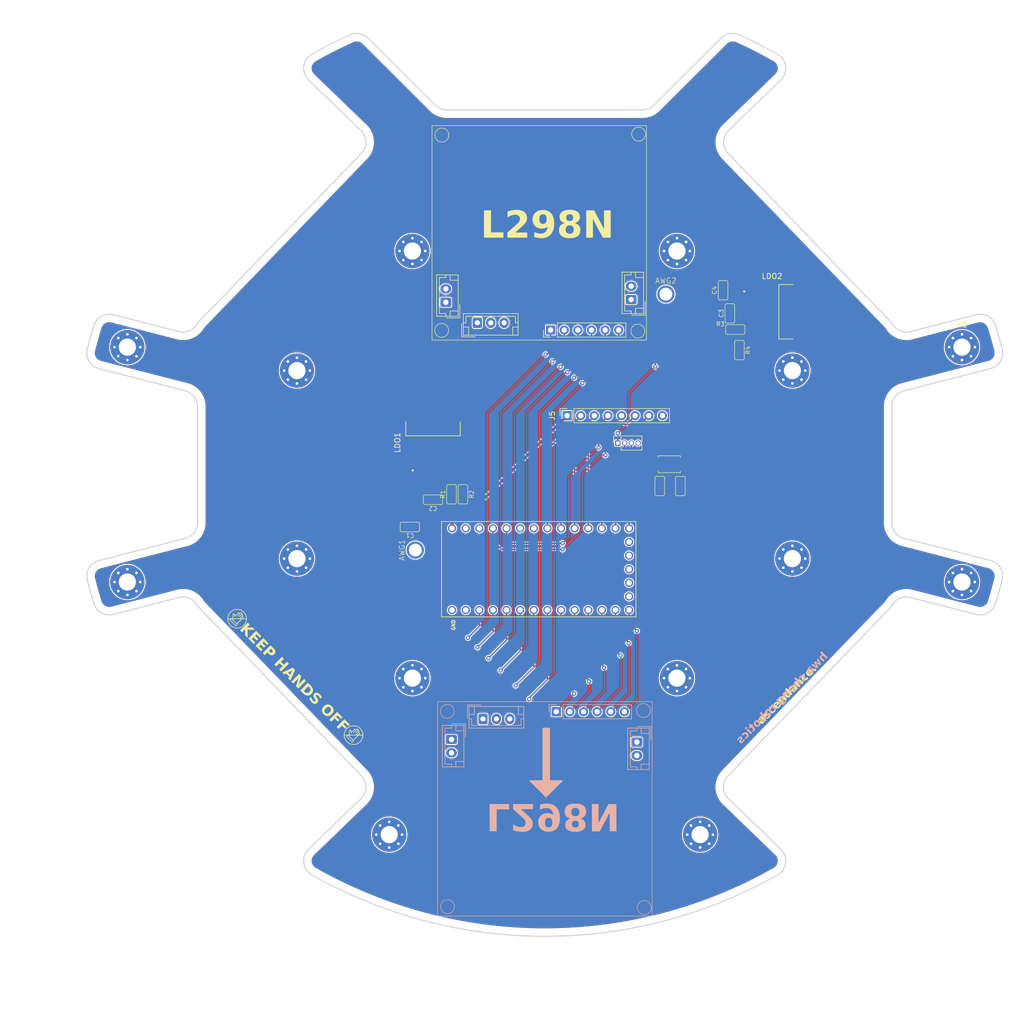
<source format=kicad_pcb>
(kicad_pcb (version 20221018) (generator pcbnew)
  (layers (0 "F.Cu" signal) (31 "B.Cu" signal) (34 "B.Paste" user) (35 "F.Paste" user) (36 "B.SilkS" user "B.Silkscreen") (37 "F.SilkS" user "F.Silkscreen") (38 "B.Mask" user) (39 "F.Mask" user) (44 "Edge.Cuts" user))
  (net 0 "")
  (net 4 "/COM SDL")
  (net 5 "/COM SDA")
  (net 24 "Net-(R102-Pad1)")
  (net 25 "GND")
  (net 26 "/TOF SDA")
  (net 27 "/TOF SCL")
  (net 28 "/RESET")
  (net 29 "/L1TX")
  (net 30 "/L1RX")
  (net 31 "/IN4")
  (net 32 "/IN3")
  (net 33 "/IN2")
  (net 34 "/IN1")
  (net 35 "/ENB")
  (net 36 "/ENA")
  (net 37 "/C TX")
  (net 38 "/C RX")
  (net 39 "+5V")
  (net 40 "+3V3")
  (net 41 "+12V")
  (net 42 "Net-(LDO1-ADJ)")
  (net 43 "Net-(LDO2-ADJ)")
  (footprint "MountingHole:MountingHole_3.2mm_M3_Pad_Via" (layer "F.Cu") (at 35.69596 76.441102)
    (fp_text reference "H5" hide)
    (fp_text value "MountingHole_Pad")
  )
  (footprint "MountingHole:MountingHole_3.2mm_M3_Pad_Via" (layer "F.Cu") (at 142.532358 167.369146)
    (fp_text reference "H16" hide)
    (fp_text value "MountingHole_Pad")
  )
  (footprint "SparkFun DEV-155:MODULE_DEV-15583" (layer "F.Cu") (at 112.775856 117.855745 90)
    (fp_text reference "U2" hide)
    (fp_text value "DEV-15583")
  )
  (footprint "MountingHole:MountingHole_3.2mm_M3_Pad_Via" (layer "F.Cu") (at 84.543938 167.369146)
    (fp_text reference "H15" hide)
    (fp_text value "MountingHole_Pad")
  )
  (footprint "TLF1963:TLF1963TBATMA1 footprint" (layer "F.Cu") (at 92.71 90.424 90)
    (fp_text reference "LDO1")
    (fp_text value "~")
  )
  (footprint "MountingHole:MountingHole_3.2mm_M3_Pad_Via" (layer "F.Cu") (at 67.331079 80.808285)
    (fp_text reference "H6" hide)
    (fp_text value "MountingHole_Pad")
  )
  (footprint "l2:res0603" (layer "F.Cu") (at 98.298 103.886 -90)
    (fp_text reference "R2")
    (fp_text value "5K9")
  )
  (footprint "MountingHole:MountingHole_3.2mm_M3_Pad_Via" (layer "F.Cu") (at 191.380335 76.441102)
    (fp_text reference "H8")
    (fp_text value "MountingHole_Pad")
  )
  (footprint "TLF1963:TLF1963TBATMA1 footprint" (layer "F.Cu") (at 159.766 69.85)
    (fp_text reference "LDO2")
    (fp_text value "~")
  )
  (footprint "l2:res0603" (layer "F.Cu") (at 134.997856 102.339745 90)
    (fp_text reference "R101" hide)
    (fp_text value "10K")
  )
  (footprint "l2:res0603" (layer "F.Cu") (at 149.098 73.152)
    (fp_text reference "R3")
    (fp_text value "10K")
  )
  (footprint "l2:res0603" (layer "F.Cu") (at 149.86 77 -90)
    (fp_text reference "R4")
    (fp_text value "3K24")
  )
  (footprint "Connector_PinSocket_2.54mm:PinSocket_1x08_P2.54mm_Vertical" (layer "F.Cu") (at 117.715856 89.215745 90)
    (fp_text reference "J5")
    (fp_text value "Conn_01x08")
  )
  (footprint "l2:cap0603" (layer "F.Cu") (at 148.082 70.141999 90)
    (fp_text reference "C3")
    (fp_text value "10u")
  )
  (footprint "l2:res0603" (layer "F.Cu") (at 96.16 103.886 90)
    (fp_text reference "R1")
    (fp_text value "10K")
  )
  (footprint "l2:SW_PUSH_SPST" (layer "F.Cu") (at 136.775856 98.275745 180)
    (fp_text reference "SW101" hide)
    (fp_text value "SW_Push")
  )
  (footprint "hy:L298N" (layer "F.Cu") (at 112.522 55.118)
    (fp_text reference "J2" hide)
    (fp_text value "Conn_01x06")
  )
  (footprint "MountingHole:MountingHole_3.2mm_M3_Pad_Via" (layer "F.Cu") (at 138.210807 58.508751)
    (fp_text reference "H4" hide)
    (fp_text value "MountingHole_Pad")
  )
  (footprint "l2:14 AWG" (layer "F.Cu") (at 136.144 66.548001)
    (fp_text reference "AWG2")
    (fp_text value "MountingHole" hide)
  )
  (footprint "Connector_PinSocket_1.27mm:PinSocket_1x04_P1.27mm_Vertical" (layer "F.Cu") (at 127.164 94.332 90)
    (fp_text reference "J3" hide)
    (fp_text value "Conn_01x04")
  )
  (footprint "MountingHole:MountingHole_3.2mm_M3_Pad_Via" (layer "F.Cu") (at 159.745217 115.882912)
    (fp_text reference "H11" hide)
    (fp_text value "MountingHole_Pad")
  )
  (footprint "l2:res0603" (layer "F.Cu") (at 138.848 102.352 -90)
    (fp_text reference "R102" hide)
    (fp_text value "1K")
  )
  (footprint "l2:cap0603" (layer "F.Cu") (at 92.71 104.902 180)
    (fp_text reference "C2")
    (fp_text value "10u")
  )
  (footprint "MountingHole:MountingHole_3.2mm_M3_Pad_Via" (layer "F.Cu") (at 159.745217 80.808285)
    (fp_text reference "H7" hide)
    (fp_text value "MountingHole_Pad")
  )
  (footprint "MountingHole:MountingHole_3.2mm_M3_Pad_Via" (layer "F.Cu") (at 191.380335 120.250095)
    (fp_text reference "H12" hide)
    (fp_text value "MountingHole_Pad")
  )
  (footprint "MountingHole:MountingHole_3.2mm_M3_Pad_Via" (layer "F.Cu") (at 88.865489 138.182446)
    (fp_text reference "H13" hide)
    (fp_text value "MountingHole_Pad")
  )
  (footprint "l2:14 AWG" (layer "F.Cu") (at 89.408 114.3 90)
    (fp_text reference "AWG1")
    (fp_text value "MountingHole" hide)
  )
  (footprint "MountingHole:MountingHole_3.2mm_M3_Pad_Via" (layer "F.Cu") (at 88.865489 58.508751)
    (fp_text reference "H3" hide)
    (fp_text value "MountingHole_Pad")
  )
  (footprint "MountingHole:MountingHole_3.2mm_M3_Pad_Via" (layer "F.Cu") (at 138.210807 138.182446)
    (fp_text reference "H14" hide)
    (fp_text value "MountingHole_Pad")
  )
  (footprint "l2:cap0603" (layer "F.Cu") (at 88.392 109.981999 180)
    (fp_text reference "C1")
    (fp_text value "10u")
  )
  (footprint "MountingHole:MountingHole_3.2mm_M3_Pad_Via" (layer "F.Cu") (at 67.331079 115.882912)
    (fp_text reference "H10" hide)
    (fp_text value "MountingHole_Pad")
  )
  (footprint "l2:cap0603" (layer "F.Cu") (at 146.812 65.824 90)
    (fp_text reference "C4")
    (fp_text value "10u")
  )
  (footprint "MountingHole:MountingHole_3.2mm_M3_Pad_Via" (layer "F.Cu") (at 35.69596 120.250095)
    (fp_text reference "H9" hide)
    (fp_text value "MountingHole_Pad")
  )
  (footprint "hy:L298N" (layer "B.Cu") (at 113.580148 162.56)
    (fp_text reference "J1" hide)
    (fp_text value "Conn_01x06")
  )
  (gr_poly (pts (xy 116.792148 157.321599) (xy 113.792148 160.321599) (xy 110.792148 157.321599)) (stroke (width 0.15)) (fill solid) (layer "B.SilkS"))
  (gr_poly (pts (xy 113.242148 157.331599) (xy 114.442148 157.331599) (xy 114.442148 147.531599) (xy 113.242148 147.531599)) (stroke (width 0.15)) (fill solid) (layer "B.SilkS"))
  (gr_poly (pts (xy 116.792148 157.321599) (xy 113.792148 160.321599) (xy 110.792148 157.321599)) (stroke (width 0.15)) (fill solid) (layer "F.SilkS"))
  (gr_poly (pts (xy 57.440811 125.813109) (xy 57.48142 125.85551) (xy 57.558485 125.938499) (xy 57.588042 125.971815) (xy 57.607019 125.994829) (xy 57.638069 126.037255) (xy 57.667791 126.080147) (xy 57.696181 126.123493) (xy 57.723232 126.167278) (xy 57.748938 126.211489) (xy 57.773293 126.256115) (xy 57.796293 126.301142) (xy 57.81793 126.346556) (xy 57.838199 126.392343) (xy 57.857094 126.438492) (xy 57.874609 126.484988) (xy 57.890739 126.53182) (xy 57.905476 126.578973) (xy 57.918817 126.626434) (xy 57.930755 126.67419) (xy 57.941284 126.72223) (xy 57.964225 126.857964) (xy 57.977042 126.993223) (xy 57.97991 127.127561) (xy 57.973003 127.260538) (xy 57.9565 127.391711) (xy 57.930576 127.520639) (xy 57.895407 127.646879) (xy 57.85117 127.769989) (xy 57.79804 127.889526) (xy 57.736193 128.005049) (xy 57.665806 128.116115) (xy 57.587055 128.222283) (xy 57.500116 128.323109) (xy 57.405165 128.418154) (xy 57.302378 128.506973) (xy 57.191932 128.589124) (xy 57.134488 128.627138) (xy 57.075865 128.662698) (xy 57.016142 128.695801) (xy 56.955398 128.72645) (xy 56.831155 128.780385) (xy 56.703762 128.824506) (xy 56.573848 128.858811) (xy 56.442036 128.883307) (xy 56.308955 128.897993) (xy 56.175229 128.902873) (xy 56.041486 128.897948) (xy 55.908352 128.88322) (xy 55.776453 128.858691) (xy 55.646415 128.824365) (xy 55.518866 128.780243) (xy 55.394429 128.726328) (xy 55.333575 128.695698) (xy 55.273734 128.662621) (xy 55.214984 128.627097) (xy 55.157404 128.589125) (xy 55.065908 128.521944) (xy 54.979521 128.450198) (xy 54.898356 128.374105) (xy 54.822532 128.293883) (xy 54.752162 128.20975) (xy 54.687362 128.121923) (xy 54.628248 128.030621) (xy 54.574935 127.93606) (xy 54.527539 127.83846) (xy 54.486175 127.738037) (xy 54.450959 127.635009) (xy 54.422006 127.529595) (xy 54.399431 127.422011) (xy 54.38335 127.312477) (xy 54.373879 127.201208) (xy 54.371133 127.088425) (xy 54.372102 127.039503) (xy 54.492366 127.159767) (xy 54.49536 127.200677) (xy 54.50356 127.28578) (xy 54.515426 127.369312) (xy 54.530942 127.451238) (xy 54.550091 127.531521) (xy 54.572856 127.610122) (xy 54.59922 127.687006) (xy 54.629167 127.762134) (xy 54.662679 127.835469) (xy 54.69974 127.906975) (xy 54.740334 127.976614) (xy 54.784443 128.044347) (xy 54.832049 128.110139) (xy 54.883138 128.173952) (xy 54.937692 128.235748) (xy 54.995692 128.295491) (xy 55.057125 128.353144) (xy 55.082538 128.375611) (xy 55.10844 128.397546) (xy 55.134818 128.418944) (xy 55.161661 128.439797) (xy 55.188953 128.460101) (xy 55.216683 128.47985) (xy 55.2734 128.517657) (xy 55.331706 128.553172) (xy 55.391499 128.58635) (xy 55.452671 128.617141) (xy 55.515118 128.645501) (xy 55.567249 128.667115) (xy 55.618516 128.686427) (xy 55.644006 128.695273) (xy 55.669501 128.703609) (xy 55.695072 128.711458) (xy 55.720791 128.71884) (xy 55.772969 128.732292) (xy 55.82662 128.744143) (xy 55.88233 128.754568) (xy 55.940682 128.76374) (xy 56.02692 128.773651) (xy 56.113047 128.779084) (xy 56.198933 128.780076) (xy 56.284442 128.776665) (xy 56.369443 128.768887) (xy 56.453802 128.756777) (xy 56.537386 128.740374) (xy 56.620063 128.719713) (xy 56.7017 128.69483) (xy 56.782163 128.665763) (xy 56.861318 128.632548) (xy 56.939034 128.59522) (xy 57.015178 128.553819) (xy 57.089615 128.508378) (xy 57.162215 128.458936) (xy 57.232842 128.405528) (xy 57.271184 128.372867) (xy 57.313859 128.333102) (xy 57.358977 128.28825) (xy 57.404651 128.240329) (xy 57.448992 128.191356) (xy 57.490112 128.143347) (xy 57.526122 128.09832) (xy 57.54162 128.077555) (xy 57.555133 128.058292) (xy 57.58732 128.009511) (xy 57.617656 127.960438) (xy 57.646154 127.911051) (xy 57.67282 127.861326) (xy 57.697664 127.811243) (xy 57.720698 127.760777) (xy 57.741928 127.709906) (xy 57.761367 127.658608) (xy 57.779021 127.60686) (xy 57.794903 127.554638) (xy 57.80902 127.501922) (xy 57.821383 127.448686) (xy 57.832001 127.394912) (xy 57.840882 127.340572) (xy 57.848038 127.285647) (xy 57.853476 127.230113) (xy 57.854526 127.216945) (xy 57.855418 127.204568) (xy 57.856134 127.193253) (xy 57.856657 127.183279) (xy 57.85697 127.174916) (xy 57.857043 127.171427) (xy 57.857055 127.168444) (xy 57.857007 127.166001) (xy 57.856894 127.164134) (xy 57.856717 127.162876) (xy 57.856602 127.162486) (xy 57.856471 127.162262) (xy 57.826061 127.161241) (xy 57.745277 127.160453) (xy 57.481795 127.159767) (xy 57.11061 127.159767) (xy 56.205101 128.065276) (xy 56.229547 128.089722) (xy 56.233357 128.093584) (xy 56.236753 128.097153) (xy 56.239757 128.100478) (xy 56.242386 128.103606) (xy 56.243567 128.105111) (xy 56.244663 128.106586) (xy 56.245674 128.108034) (xy 56.246604 128.109463) (xy 56.247456 128.11088) (xy 56.248232 128.112288) (xy 56.248934 128.113694) (xy 56.249566 128.115105) (xy 56.250128 128.116525) (xy 56.250624 128.117962) (xy 56.251057 128.119422) (xy 56.251427 128.120909) (xy 56.251741 128.12243) (xy 56.251996 128.123991) (xy 56.252198 128.125599) (xy 56.252349 128.127257) (xy 56.252451 128.128974) (xy 56.252506 128.130754) (xy 56.252486 128.134529) (xy 56.25231 128.138631) (xy 56.251997 128.143105) (xy 56.249005 128.172042) (xy 56.095841 128.322211) (xy 55.942179 128.47288) (xy 55.916236 128.470885) (xy 55.890293 128.468889) (xy 54.803682 127.382278) (xy 54.799691 127.330392) (xy 54.880014 127.24508) (xy 54.960338 127.159767) (xy 54.725853 127.159767) (xy 54.492366 127.159767) (xy 54.372102 127.039503) (xy 54.372228 127.033079) (xy 54.374775 126.978515) (xy 54.378787 126.924686) (xy 54.384276 126.871542) (xy 54.391256 126.819035) (xy 54.39974 126.767117) (xy 54.409741 126.71574) (xy 54.421273 126.664856) (xy 54.434348 126.614415) (xy 54.448979 126.564371) (xy 54.465181 126.514675) (xy 54.482965 126.465279) (xy 54.502346 126.416134) (xy 54.523336 126.367192) (xy 54.545947 126.318404) (xy 54.570196 126.269724) (xy 54.624078 126.172577) (xy 54.683409 126.079562) (xy 54.747948 125.990847) (xy 54.817449 125.9066) (xy 54.891668 125.826991) (xy 54.915993 125.803865) (xy 55.00578 125.893652) (xy 54.95485 125.945937) (xy 54.914044 125.989405) (xy 54.877512 126.030368) (xy 54.84443 126.069914) (xy 54.813971 126.10914) (xy 54.785315 126.149136) (xy 54.757635 126.190999) (xy 54.730107 126.235819) (xy 54.701906 126.284691) (xy 54.68049 126.324461) (xy 54.660045 126.365481) (xy 54.640605 126.40762) (xy 54.622206 126.450748) (xy 54.604883 126.494736) (xy 54.58867 126.539454) (xy 54.573604 126.58477) (xy 54.559718 126.630556) (xy 54.547049 126.676681) (xy 54.535631 126.723015) (xy 54.525499 126.769428) (xy 54.516688 126.81579) (xy 54.509234 126.861969) (xy 54.50317 126.907839) (xy 54.498535 126.953266) (xy 54.49536 126.998123) (xy 54.493364 127.035042) (xy 54.791708 127.035042) (xy 54.852067 127.034905) (xy 54.908826 127.034511) (xy 54.96072 127.033884) (xy 55.003301 127.033104) (xy 55.137448 127.167251) (xy 54.947865 127.356834) (xy 55.915737 128.324706) (xy 56.10532 128.135123) (xy 55.137448 127.167251) (xy 55.003301 127.033104) (xy 55.006486 127.033046) (xy 55.044862 127.032021) (xy 55.074587 127.030832) (xy 55.094394 127.029503) (xy 55.100186 127.028793) (xy 55.103024 127.028057) (xy 55.104806 127.027195) (xy 55.106685 127.026385) (xy 55.1107 127.024925) (xy 55.115006 127.023678) (xy 55.119535 127.022647) (xy 55.124221 127.021831) (xy 55.129 127.021234) (xy 55.133805 127.020856) (xy 55.138571 127.020699) (xy 55.143231 127.020763) (xy 55.147721 127.021051) (xy 55.151973 127.021564) (xy 55.155923 127.022304) (xy 55.157765 127.022759) (xy 55.159505 127.023272) (xy 55.161137 127.023842) (xy 55.162653 127.02447) (xy 55.164043 127.025154) (xy 55.165301 127.025897) (xy 55.166416 127.026698) (xy 55.167383 127.027558) (xy 55.299592 127.159767) (xy 56.115299 127.975474) (xy 56.521904 127.568868) (xy 56.80865 127.281375) (xy 56.895567 127.193521) (xy 56.927014 127.160765) (xy 56.112803 127.159767) (xy 55.299592 127.159767) (xy 55.167383 127.027558) (xy 55.167842 127.027975) (xy 55.16838 127.028382) (xy 55.169671 127.029169) (xy 55.17124 127.029916) (xy 55.173066 127.030621) (xy 55.175128 127.031283) (xy 55.177407 127.031899) (xy 55.179883 127.032466) (xy 55.182537 127.032983) (xy 55.185349 127.033448) (xy 55.188299 127.033858) (xy 55.191367 127.034211) (xy 55.194533 127.034503) (xy 55.19778 127.034736) (xy 55.201085 127.034904) (xy 55.204429 127.035007) (xy 55.207794 127.035042) (xy 55.218339 127.03475) (xy 55.222835 127.034432) (xy 55.226954 127.033919) (xy 55.230798 127.033149) (xy 55.234471 127.03206) (xy 55.238076 127.030591) (xy 55.241719 127.02868) (xy 55.245502 127.026267) (xy 55.249528 127.02329) (xy 55.253903 127.019687) (xy 55.258729 127.015397) (xy 55.26411 127.010359) (xy 55.270151 127.004512) (xy 55.284625 126.99014) (xy 55.329027 126.945738) (xy 55.330025 126.601495) (xy 55.330287 126.495309) (xy 55.330506 126.451314) (xy 55.330813 126.412808) (xy 55.331226 126.379363) (xy 55.33177 126.350547) (xy 55.332464 126.325932) (xy 55.333331 126.305084) (xy 55.334389 126.287575) (xy 55.334998 126.279938) (xy 55.335662 126.272974) (xy 55.336385 126.266629) (xy 55.33717 126.26085) (xy 55.338019 126.255583) (xy 55.338935 126.250774) (xy 55.33992 126.246368) (xy 55.340977 126.242314) (xy 55.342109 126.238556) (xy 55.343319 126.23504) (xy 55.344608 126.231712) (xy 55.345981 126.228521) (xy 55.348983 126.222328) (xy 55.354096 126.213087) (xy 55.359861 126.203914) (xy 55.366229 126.194855) (xy 55.373149 126.185956) (xy 55.380571 126.17726) (xy 55.388447 126.168815) (xy 55.396726 126.160665) (xy 55.396862 126.160542) (xy 55.481949 126.245629) (xy 55.477671 126.249959) (xy 55.47348 126.254743) (xy 55.469343 126.259995) (xy 55.465228 126.265733) (xy 55.462916 126.269712) (xy 55.460838 126.274765) (xy 55.45898 126.281228) (xy 55.457331 126.289439) (xy 55.454607 126.31245) (xy 55.452568 126.346493) (xy 55.451113 126.394264) (xy 55.450144 126.458458) (xy 55.449263 126.646894) (xy 55.448987 126.751085) (xy 55.44846 126.833742) (xy 55.448067 126.867794) (xy 55.44757 126.897421) (xy 55.446954 126.922943) (xy 55.446208 126.944678) (xy 55.445313 126.962946) (xy 55.444259 126.978066) (xy 55.443031 126.990358) (xy 55.442348 126.995544) (xy 55.441616 127.000142) (xy 55.440833 127.004193) (xy 55.439998 127.007735) (xy 55.439109 127.010811) (xy 55.438165 127.013459) (xy 55.437164 127.015719) (xy 55.436102 127.017632) (xy 55.434981 127.019237) (xy 55.433797 127.020573) (xy 55.432354 127.022874) (xy 55.433271 127.024919) (xy 55.437116 127.026725) (xy 55.44446 127.028306) (xy 55.471928 127.030851) (xy 55.520232 127.032671) (xy 55.697592 127.034605) (xy 56.013023 127.035042) (xy 56.606718 127.035042) (xy 56.691531 126.950228) (xy 56.775846 127.034543) (xy 56.916038 127.035042) (xy 57.055731 127.035042) (xy 57.128072 126.962701) (xy 57.142068 126.94859) (xy 57.154544 126.935735) (xy 57.165568 126.924014) (xy 57.17521 126.913301) (xy 57.179535 126.908285) (xy 57.18354 126.903475) (xy 57.187234 126.898855) (xy 57.190627 126.89441) (xy 57.193726 126.890126) (xy 57.196539 126.885984) (xy 57.199077 126.881973) (xy 57.201348 126.878074) (xy 57.20336 126.874273) (xy 57.205122 126.870555) (xy 57.206642 126.866905) (xy 57.20793 126.863305) (xy 57.208994 126.859742) (xy 57.209843 126.856199) (xy 57.210484 126.852662) (xy 57.210929 126.849114) (xy 57.211184 126.845542) (xy 57.211257 126.841927) (xy 57.211159 126.838257) (xy 57.210899 126.834515) (xy 57.210483 126.830685) (xy 57.209921 126.826753) (xy 57.209223 126.822702) (xy 57.208395 126.818518) (xy 57.207297 126.813844) (xy 57.205972 126.809274) (xy 57.204426 126.804814) (xy 57.202669 126.800467) (xy 57.200703 126.796237) (xy 57.198539 126.79213) (xy 57.196182 126.788152) (xy 57.193639 126.784304) (xy 57.190916 126.780593) (xy 57.188022 126.777024) (xy 57.184962 126.7736) (xy 57.181744 126.770328) (xy 57.178374 126.76721) (xy 57.174859 126.764253) (xy 57.171207 126.76146) (xy 57.167423 126.758836) (xy 57.163515 126.756387) (xy 57.15949 126.754116) (xy 57.155354 126.752028) (xy 57.151114 126.750128) (xy 57.146777 126.748421) (xy 57.142351 126.74691) (xy 57.137841 126.745602) (xy 57.133256 126.744501) (xy 57.128601 126.74361) (xy 57.123883 126.742935) (xy 57.119109 126.742482) (xy 57.114287 126.742253) (xy 57.109422 126.742253) (xy 57.104523 126.742489) (xy 57.099594 126.742964) (xy 57.094645 126.743682) (xy 57.085734 126.745628) (xy 57.081408 126.747093) (xy 57.076864 126.749147) (xy 57.071872 126.751987) (xy 57.066205 126.755811) (xy 57.051926 126.767193) (xy 57.0322 126.784866) (xy 57.005193 126.810403) (xy 56.922024 126.891357) (xy 56.775846 127.034543) (xy 56.691531 126.950228) (xy 56.868642 126.773118) (xy 56.964676 126.677031) (xy 57.003277 126.6382) (xy 57.036172 126.604793) (xy 57.050614 126.589953) (xy 57.063791 126.576269) (xy 57.075756 126.563671) (xy 57.086563 126.552093) (xy 57.096265 126.541466) (xy 57.104915 126.531724) (xy 57.112569 126.522799) (xy 57.119279 126.514624) (xy 57.125098 126.507131) (xy 57.130081 126.500253) (xy 57.134282 126.493924) (xy 57.137753 126.488075) (xy 57.139232 126.48531) (xy 57.140548 126.48264) (xy 57.141709 126.480055) (xy 57.142721 126.47755) (xy 57.143591 126.475114) (xy 57.144326 126.472739) (xy 57.144933 126.470417) (xy 57.145416 126.46814) (xy 57.145785 126.465898) (xy 57.146046 126.463684) (xy 57.146267 126.459305) (xy 57.146135 126.454935) (xy 57.145702 126.450508) (xy 57.145022 126.445954) (xy 57.144151 126.441209) (xy 57.142041 126.43087) (xy 57.140932 126.4261) (xy 57.139574 126.42143) (xy 57.137975 126.416864) (xy 57.136146 126.41241) (xy 57.134093 126.408073) (xy 57.131826 126.403859) (xy 57.129354 126.399773) (xy 57.126684 126.395822) (xy 57.123826 126.392011) (xy 57.120788 126.388346) (xy 57.117578 126.384834) (xy 57.114206 126.381478) (xy 57.11068 126.378287) (xy 57.107007 126.375265) (xy 57.103198 126.372419) (xy 57.09926 126.369754) (xy 57.095202 126.367276) (xy 57.091034 126.364991) (xy 57.086762 126.362905) (xy 57.082397 126.361024) (xy 57.077946 126.359352) (xy 57.073417 126.357898) (xy 57.068821 126.356665) (xy 57.064165 126.35566) (xy 57.059458 126.354889) (xy 57.054708 126.354359) (xy 57.049925 126.354073) (xy 57.045115 126.354039) (xy 57.040289 126.354262) (xy 57.035455 126.354748) (xy 57.030622 126.355503) (xy 57.025796 126.356533) (xy 57.016806 126.359224) (xy 57.007096 126.364118) (xy 56.994497 126.373187) (xy 56.976842 126.388401) (xy 56.95196 126.411729) (xy 56.917683 126.445143) (xy 56.812266 126.550108) (xy 56.625177 126.737196) (xy 56.59674 126.739691) (xy 56.593258 126.739931) (xy 56.589834 126.74) (xy 56.58647 126.739899) (xy 56.583169 126.739636) (xy 56.579936 126.739209) (xy 56.576774 126.738626) (xy 56.573687 126.737889) (xy 56.57068 126.737002) (xy 56.567755 126.735967) (xy 56.564916 126.734789) (xy 56.562167 126.733471) (xy 56.559512 126.732017) (xy 56.556955 126.730431) (xy 56.554499 126.728715) (xy 56.552147 126.726874) (xy 56.549906 126.724911) (xy 56.547776 126.722829) (xy 56.545762 126.720633) (xy 56.543869 126.718326) (xy 56.542099 126.715911) (xy 56.540457 126.713391) (xy 56.538946 126.710771) (xy 56.537571 126.708053) (xy 56.536334 126.705243) (xy 56.535239 126.702343) (xy 56.534291 126.699356) (xy 56.533493 126.696287) (xy 56.532848 126.693138) (xy 56.532361 126.689913) (xy 56.532035 126.686618) (xy 56.531875 126.683252) (xy 56.531882 126.679822) (xy 56.53288 126.654878) (xy 56.770358 126.41241) (xy 56.855546 126.325504) (xy 56.889776 126.290383) (xy 56.918938 126.260183) (xy 56.931736 126.246778) (xy 56.94341 126.234426) (xy 56.954007 126.223064) (xy 56.963575 126.212635) (xy 56.972159 126.203079) (xy 56.979808 126.194335) (xy 56.986572 126.186345) (xy 56.992495 126.179049) (xy 56.997625 126.172387) (xy 57.002012 126.1663) (xy 57.005701 126.160727) (xy 57.00874 126.155612) (xy 57.010031 126.153206) (xy 57.011178 126.150892) (xy 57.012185 126.148661) (xy 57.01306 126.146508) (xy 57.013808 126.144424) (xy 57.014435 126.142402) (xy 57.014947 126.140433) (xy 57.01535 126.138513) (xy 57.015651 126.136631) (xy 57.015854 126.134782) (xy 57.015966 126.132956) (xy 57.015993 126.131148) (xy 57.015814 126.127554) (xy 57.015366 126.123939) (xy 57.014696 126.120243) (xy 57.013851 126.116409) (xy 57.011827 126.10808) (xy 57.010998 126.105053) (xy 57.01001 126.101967) (xy 57.008869 126.098833) (xy 57.007578 126.095662) (xy 57.006146 126.092464) (xy 57.004575 126.089251) (xy 57.002871 126.086034) (xy 57.001038 126.082823) (xy 56.999084 126.079629) (xy 56.997011 126.076464) (xy 56.994826 126.073339) (xy 56.992533 126.070264) (xy 56.990139 126.067251) (xy 56.987647 126.06431) (xy 56.985063 126.061452) (xy 56.982392 126.058688) (xy 56.978843 126.055212) (xy 56.975467 126.05207) (xy 56.97223 126.049243) (xy 56.969093 126.046715) (xy 56.96602 126.044467) (xy 56.962976 126.042481) (xy 56.959922 126.040742) (xy 56.956823 126.039231) (xy 56.953642 126.03793) (xy 56.950343 126.036822) (xy 56.946889 126.03589) (xy 56.943244 126.035116) (xy 56.93937 126.034481) (xy 56.935232 126.033969) (xy 56.930793 126.033563) (xy 56.926016 126.033245) (xy 56.922483 126.033038) (xy 56.918825 126.032978) (xy 56.91507 126.033056) (xy 56.911244 126.033268) (xy 56.907374 126.033604) (xy 56.903487 126.03406) (xy 56.89961 126.034628) (xy 56.89577 126.035302) (xy 56.891995 126.036075) (xy 56.888311 126.036942) (xy 56.884745 126.037894) (xy 56.881325 126.038927) (xy 56.878078 126.040032) (xy 56.875029 126.041204) (xy 56.872208 126.042435) (xy 56.86964 126.043721) (xy 56.859167 126.052046) (xy 56.838895 126.070381) (xy 56.770732 126.135395) (xy 56.668707 126.235394) (xy 56.536373 126.36701) (xy 56.226554 126.676829) (xy 56.202607 126.675831) (xy 56.199314 126.675617) (xy 56.19608 126.675257) (xy 56.19291 126.674754) (xy 56.189805 126.674113) (xy 56.18677 126.673337) (xy 56.18381 126.672428) (xy 56.180925 126.67139) (xy 56.178121 126.670227) (xy 56.175401 126.668941) (xy 56.172769 126.667538) (xy 56.170228 126.666018) (xy 56.167782 126.664386) (xy 56.165433 126.662647) (xy 56.163188 126.660802) (xy 56.161047 126.658856) (xy 56.159015 126.65681) (xy 56.157096 126.65467) (xy 56.155293 126.652439) (xy 56.153609 126.650119) (xy 56.152049 126.647714) (xy 56.150615 126.645228) (xy 56.149312 126.642664) (xy 56.148143 126.640025) (xy 56.147111 126.637315) (xy 56.146221 126.634536) (xy 56.145475 126.631693) (xy 56.144877 126.628789) (xy 56.144431 126.625827) (xy 56.14414 126.62281) (xy 56.144008 126.619743) (xy 56.144038 126.616628) (xy 56.144235 126.613469) (xy 56.145731 126.588024) (xy 56.331323 126.402432) (xy 56.387176 126.346462) (xy 56.430816 126.302379) (xy 56.44855 126.284255) (xy 56.463826 126.268456) (xy 56.47684 126.254767) (xy 56.487792 126.242971) (xy 56.496878 126.232852) (xy 56.504298 126.224197) (xy 56.510248 126.216788) (xy 56.514927 126.210409) (xy 56.516853 126.207539) (xy 56.518534 126.204847) (xy 56.519997 126.202305) (xy 56.521266 126.199885) (xy 56.522366 126.197561) (xy 56.523321 126.195306) (xy 56.524897 126.190897) (xy 56.526943 126.183954) (xy 56.528504 126.177071) (xy 56.529593 126.170261) (xy 56.530222 126.16354) (xy 56.530404 126.156919) (xy 56.530151 126.150412) (xy 56.529475 126.144033) (xy 56.52839 126.137796) (xy 56.526907 126.131713) (xy 56.525039 126.125798) (xy 56.522799 126.120067) (xy 56.520197 126.114531) (xy 56.517248 126.109203) (xy 56.513964 126.104097) (xy 56.510357 126.099228) (xy 56.506438 126.094609) (xy 56.502223 126.090253) (xy 56.49772 126.086173) (xy 56.492945 126.082383) (xy 56.487909 126.078897) (xy 56.482625 126.075729) (xy 56.477103 126.072891) (xy 56.471359 126.070397) (xy 56.465404 126.06826) (xy 56.45925 126.066496) (xy 56.452908 126.065116) (xy 56.446394 126.064134) (xy 56.439718 126.063565) (xy 56.432892 126.06342) (xy 56.425932 126.063714) (xy 56.418845 126.06446) (xy 56.411647 126.065673) (xy 56.38321 126.071161) (xy 55.742119 126.712252) (xy 55.713681 126.714746) (xy 55.709697 126.715055) (xy 55.705958 126.715227) (xy 55.702445 126.715257) (xy 55.699135 126.715135) (xy 55.696007 126.714857) (xy 55.693037 126.714412) (xy 55.690206 126.713796) (xy 55.687489 126.713) (xy 55.684867 126.712016) (xy 55.682315 126.710839) (xy 55.679813 126.709458) (xy 55.67734 126.70787) (xy 55.674871 126.706065) (xy 55.672388 126.704037) (xy 55.669865 126.701778) (xy 55.667284 126.69928) (xy 55.664368 126.696165) (xy 55.661784 126.692839) (xy 55.659509 126.689066) (xy 55.657524 126.684609) (xy 55.655807 126.679235) (xy 55.654339 126.672707) (xy 55.653099 126.664791) (xy 55.652067 126.655251) (xy 55.651221 126.643852) (xy 55.650543 126.630359) (xy 55.649603 126.596147) (xy 55.649085 126.550733) (xy 55.648824 126.492235) (xy 55.648525 126.453813) (xy 55.648021 126.417314) (xy 55.647342 126.383586) (xy 55.646516 126.353478) (xy 55.645575 126.327836) (xy 55.644545 126.307509) (xy 55.643456 126.293343) (xy 55.642899 126.288836) (xy 55.642338 126.286188) (xy 55.641662 126.284402) (xy 55.640768 126.282427) (xy 55.639668 126.280281) (xy 55.638378 126.277988) (xy 55.635287 126.273033) (xy 55.631612 126.267728) (xy 55.627468 126.262237) (xy 55.622974 126.256722) (xy 55.618247 126.251347) (xy 55.613402 126.246276) (xy 55.609792 126.242729) (xy 55.606407 126.239559) (xy 55.603193 126.236744) (xy 55.600095 126.234263) (xy 55.597059 126.232095) (xy 55.59403 126.230218) (xy 55.592499 126.229382) (xy 55.590952 126.228612) (xy 55.589378 126.227904) (xy 55.587771 126.227255) (xy 55.586125 126.226664) (xy 55.584432 126.226126) (xy 55.580881 126.225204) (xy 55.577061 126.224467) (xy 55.572921 126.223895) (xy 55.568402 126.223466) (xy 55.563452 126.223159) (xy 55.558015 126.222953) (xy 55.552037 126.222827) (xy 55.54415 126.223041) (xy 55.536745 126.223504) (xy 55.529789 126.224236) (xy 55.523248 126.225252) (xy 55.517091 126.226568) (xy 55.511284 126.228203) (xy 55.505793 126.230172) (xy 55.500588 126.232493) (xy 55.495633 126.235182) (xy 55.490897 126.238257) (xy 55.486346 126.241734) (xy 55.481949 126.245629) (xy 55.396862 126.160542) (xy 55.405359 126.152857) (xy 55.414296 126.145433) (xy 55.423487 126.138441) (xy 55.432883 126.131925) (xy 55.442434 126.125931) (xy 55.45209 126.120504) (xy 55.461802 126.11569) (xy 55.471519 126.111533) (xy 55.481192 126.10808) (xy 55.496217 126.103781) (xy 55.511327 126.100603) (xy 55.526483 126.098538) (xy 55.541638 126.097571) (xy 55.556752 126.097692) (xy 55.571784 126.098889) (xy 55.586691 126.101149) (xy 55.601428 126.104463) (xy 55.615956 126.108817) (xy 55.630231 126.114199) (xy 55.644209 126.120599) (xy 55.657851 126.128004) (xy 55.671113 126.136404) (xy 55.683952 126.145786) (xy 55.696326 126.156138) (xy 55.708193 126.167448) (xy 55.717082 126.176826) (xy 55.72507 126.185989) (xy 55.732202 126.19511) (xy 55.738525 126.20436) (xy 55.744086 126.213911) (xy 55.748929 126.223936) (xy 55.753102 126.234604) (xy 55.75665 126.246089) (xy 55.759618 126.258562) (xy 55.762054 126.272194) (xy 55.764004 126.287159) (xy 55.765513 126.303626) (xy 55.766627 126.321769) (xy 55.767392 126.341759) (xy 55.767856 126.363766) (xy 55.768062 126.387965) (xy 55.76906 126.504707) (xy 56.039465 126.237296) (xy 56.309871 125.969883) (xy 56.359761 125.952921) (xy 56.365428 125.951098) (xy 56.371188 125.949372) (xy 56.377017 125.947752) (xy 56.382889 125.94624) (xy 56.388783 125.944842) (xy 56.394673 125.943564) (xy 56.400536 125.942409) (xy 56.406345 125.941384) (xy 56.41208 125.940493) (xy 56.417714 125.939742) (xy 56.423225 125.939136) (xy 56.428586 125.938679) (xy 56.433775 125.938377) (xy 56.438768 125.938236) (xy 56.44354 125.938259) (xy 56.448067 125.938453) (xy 56.461868 125.940049) (xy 56.475553 125.942574) (xy 56.489074 125.945997) (xy 56.502385 125.950286) (xy 56.515438 125.955411) (xy 56.528188 125.961342) (xy 56.540586 125.968046) (xy 56.552587 125.975497) (xy 56.564143 125.983659) (xy 56.575209 125.992504) (xy 56.585737 126.002001) (xy 56.59568 126.012119) (xy 56.604991 126.022827) (xy 56.613625 126.034096) (xy 56.621533 126.045893) (xy 56.62867 126.058189) (xy 56.645133 126.088622) (xy 56.716975 126.01678) (xy 56.737839 125.99608) (xy 56.755258 125.979246) (xy 56.762902 125.972097) (xy 56.769954 125.965697) (xy 56.776504 125.959973) (xy 56.782644 125.954854) (xy 56.788461 125.950267) (xy 56.794048 125.94614) (xy 56.799492 125.9424) (xy 56.804884 125.938974) (xy 56.810315 125.935792) (xy 56.815873 125.93278) (xy 56.821649 125.929866) (xy 56.827732 125.926978) (xy 56.836762 125.923271) (xy 56.846232 125.920011) (xy 56.856088 125.917201) (xy 56.86628 125.91484) (xy 56.876756 125.912933) (xy 56.887463 125.911482) (xy 56.89835 125.910487) (xy 56.909366 125.909953) (xy 56.920457 125.90988) (xy 56.931571 125.910272) (xy 56.942658 125.911129) (xy 56.953667 125.912455) (xy 56.964543 125.914252) (xy 56.975235 125.916521) (xy 56.985692 125.919265) (xy 56.995862 125.922488) (xy 57.005941 125.926438) (xy 57.015939 125.93115) (xy 57.025815 125.936579) (xy 57.035525 125.942678) (xy 57.045024 125.949402) (xy 57.054269 125.956707) (xy 57.063216 125.964548) (xy 57.071821 125.972877) (xy 57.080039 125.981651) (xy 57.087829 125.990824) (xy 57.095144 126.000351) (xy 57.101942 126.010185) (xy 57.108179 126.020284) (xy 57.11381 126.030599) (xy 57.118793 126.041088) (xy 57.123083 126.051704) (xy 57.126246 126.060987) (xy 57.128999 126.070477) (xy 57.131344 126.080133) (xy 57.133279 126.089916) (xy 57.134805 126.099787) (xy 57.135922 126.109707) (xy 57.136629 126.119635) (xy 57.136927 126.129533) (xy 57.136816 126.139359) (xy 57.136296 126.149078) (xy 57.135366 126.158646) (xy 57.134028 126.168025) (xy 57.13228 126.177178) (xy 57.130122 126.186062) (xy 57.127555 126.19464) (xy 57.12458 126.202871) (xy 57.122058 126.209115) (xy 57.119746 126.215032) (xy 57.115849 126.225322) (xy 57.114308 126.229414) (xy 57.113073 126.232618) (xy 57.112165 126.234793) (xy 57.111841 126.235451) (xy 57.111608 126.235799) (xy 57.111764 126.23606) (xy 57.112219 126.236465) (xy 57.11397 126.237662) (xy 57.116738 126.239315) (xy 57.120401 126.241349) (xy 57.124836 126.243687) (xy 57.129919 126.246253) (xy 57.135529 126.24897) (xy 57.141543 126.251764) (xy 57.144682 126.25342) (xy 57.148092 126.255377) (xy 57.155589 126.260089) (xy 57.163765 126.26569) (xy 57.172349 126.271969) (xy 57.181074 126.278716) (xy 57.18967 126.28572) (xy 57.197869 126.292772) (xy 57.205402 126.299658) (xy 57.212883 126.307542) (xy 57.219889 126.315743) (xy 57.226422 126.32424) (xy 57.232479 126.333013) (xy 57.238061 126.342039) (xy 57.243169 126.351297) (xy 57.2478 126.360766) (xy 57.251956 126.370425) (xy 57.255635 126.380251) (xy 57.258837 126.390225) (xy 57.261561 126.400323) (xy 57.263809 126.410526) (xy 57.265578 126.420811) (xy 57.266868 126.431158) (xy 57.267681 126.441544) (xy 57.268014 126.451949) (xy 57.267868 126.462351) (xy 57.267242 126.472728) (xy 57.266136 126.483059) (xy 57.26455 126.493324) (xy 57.262482 126.503501) (xy 57.259932 126.513567) (xy 57.256902 126.523503) (xy 57.25339 126.533286) (xy 57.249396 126.542895) (xy 57.244918 126.552308) (xy 57.239958 126.561505) (xy 57.234514 126.570463) (xy 57.228586 126.579163) (xy 57.222174 126.587582) (xy 57.215277 126.595698) (xy 57.207896 126.60349) (xy 57.202837 126.608596) (xy 57.198199 126.613375) (xy 57.194075 126.617733) (xy 57.190559 126.621575) (xy 57.189059 126.623275) (xy 57.187745 126.624811) (xy 57.186631 126.626171) (xy 57.185726 126.627344) (xy 57.185045 126.628319) (xy 57.184596 126.629082) (xy 57.184463 126.629382) (xy 57.184393 126.629625) (xy 57.184388 126.629809) (xy 57.184448 126.629932) (xy 57.185199 126.630368) (xy 57.186997 126.631265) (xy 57.193241 126.634235) (xy 57.212885 126.643403) (xy 57.224704 126.649558) (xy 57.236184 126.65675) (xy 57.247274 126.664904) (xy 57.257927 126.673945) (xy 57.268094 126.683798) (xy 57.277729 126.69439) (xy 57.286782 126.705645) (xy 57.295204 126.71749) (xy 57.302948 126.729849) (xy 57.309967 126.742647) (xy 57.31621 126.755811) (xy 57.321631 126.769266) (xy 57.32618 126.782938) (xy 57.32981 126.796751) (xy 57.332472 126.810632) (xy 57.334119 126.824505) (xy 57.334454 126.834489) (xy 57.334161 126.844769) (xy 57.333255 126.855299) (xy 57.331749 126.866038) (xy 57.329658 126.87694) (xy 57.326998 126.887963) (xy 57.323781 126.899061) (xy 57.320024 126.910191) (xy 57.315742 126.92131) (xy 57.310947 126.932372) (xy 57.305656 126.943336) (xy 57.299882 126.954156) (xy 57.29364 126.964791) (xy 57.286946 126.975193) (xy 57.279812 126.985321) (xy 57.272255 126.995129) (xy 57.240326 127.035042) (xy 57.548647 127.035042) (xy 57.857966 127.035042) (xy 57.854973 126.989143) (xy 57.849962 126.927404) (xy 57.842614 126.865905) (xy 57.832957 126.804723) (xy 57.821017 126.743931) (xy 57.80682 126.683608) (xy 57.790393 126.623829) (xy 57.771762 126.564668) (xy 57.750952 126.506204) (xy 57.727992 126.448512) (xy 57.702906 126.391667) (xy 57.67572 126.335746) (xy 57.646463 126.280825) (xy 57.615159 126.226979) (xy 57.581836 126.174285) (xy 57.546518 126.12282) (xy 57.509233 126.072657) (xy 57.470139 126.024004) (xy 57.429075 125.976694) (xy 57.386154 125.930805) (xy 57.341486 125.886419) (xy 57.295183 125.843613) (xy 57.247359 125.802469) (xy 57.198125 125.763066) (xy 57.147591 125.725483) (xy 57.095871 125.689801) (xy 57.043076 125.656098) (xy 56.989317 125.624455) (xy 56.934708 125.59495) (xy 56.879358 125.567664) (xy 56.823381 125.542677) (xy 56.766888 125.520068) (xy 56.709991 125.499917) (xy 56.669195 125.487022) (xy 56.626842 125.47511) (xy 56.583149 125.4642) (xy 56.538337 125.454314) (xy 56.492624 125.445475) (xy 56.446231 125.437704) (xy 56.399375 125.431023) (xy 56.352277 125.425456) (xy 56.305156 125.421022) (xy 56.258231 125.417744) (xy 56.21172 125.415644) (xy 56.165843 125.414745) (xy 56.120821 125.415067) (xy 56.076871 125.416633) (xy 56.034213 125.419465) (xy 55.993067 125.423585) (xy 55.950848 125.429095) (xy 55.908613 125.435693) (xy 55.866426 125.443362) (xy 55.824352 125.452076) (xy 55.782457 125.461818) (xy 55.740804 125.472564) (xy 55.69946 125.484293) (xy 55.65849 125.496986) (xy 55.617959 125.510619) (xy 55.577929 125.525173) (xy 55.538471 125.540625) (xy 55.499644 125.556956) (xy 55.461516 125.574142) (xy 55.424153 125.592165) (xy 55.387618 125.611001) (xy 55.351976 125.630629) (xy 55.294008 125.664743) (xy 55.241166 125.698207) (xy 55.192077 125.732105) (xy 55.168512 125.749553) (xy 55.145369 125.767516) (xy 55.122477 125.786127) (xy 55.099665 125.805524) (xy 55.053594 125.847208) (xy 55.00578 125.893652) (xy 54.915993 125.803865) (xy 54.97036 125.752184) (xy 55.053284 125.682351) (xy 55.140192 125.617658) (xy 55.230843 125.558273) (xy 55.324991 125.504366) (xy 55.422393 125.456103) (xy 55.522804 125.413653) (xy 55.625981 125.377184) (xy 55.731679 125.346864) (xy 55.839654 125.322862) (xy 55.949663 125.305345) (xy 55.970104 125.303047) (xy 55.992692 125.301021) (xy 56.043105 125.297791) (xy 56.098511 125.295671) (xy 56.15652 125.294681) (xy 56.214739 125.294836) (xy 56.270777 125.296154) (xy 56.322243 125.298652) (xy 56.345514 125.300351) (xy 56.366745 125.302351) (xy 56.434848 125.310846) (xy 56.501699 125.321575) (xy 56.56738 125.334571) (xy 56.631975 125.349872) (xy 56.695564 125.367511) (xy 56.758229 125.387524) (xy 56.820052 125.409944) (xy 56.881115 125.43481) (xy 56.9415 125.462154) (xy 57.001287 125.492012) (xy 57.060562 125.52442) (xy 57.119404 125.559411) (xy 57.177894 125.597021) (xy 57.236115 125.637287) (xy 57.29415 125.680241) (xy 57.352079 125.72592) (xy 57.372692 125.744677) (xy 57.403419 125.774953)) (fill solid) (layer "F.SilkS"))
  (gr_poly (pts (xy 79.14899 147.521287) (xy 79.189598 147.563689) (xy 79.266663 147.646677) (xy 79.296221 147.679993) (xy 79.315197 147.703007) (xy 79.346247 147.745433) (xy 79.375969 147.788325) (xy 79.404359 147.831671) (xy 79.43141 147.875456) (xy 79.457116 147.919667) (xy 79.481471 147.964294) (xy 79.504471 148.00932) (xy 79.526108 148.054734) (xy 79.546377 148.100521) (xy 79.565272 148.146671) (xy 79.582788 148.193166) (xy 79.598917 148.239998) (xy 79.613654 148.287151) (xy 79.626995 148.334612) (xy 79.638933 148.382368) (xy 79.649462 148.430408) (xy 79.672404 148.566143) (xy 79.685221 148.701401) (xy 79.688088 148.835739) (xy 79.681181 148.968716) (xy 79.664678 149.099889) (xy 79.638754 149.228817) (xy 79.603585 149.355057) (xy 79.559348 149.478167) (xy 79.506218 149.597704) (xy 79.444372 149.713227) (xy 79.373984 149.824293) (xy 79.295233 149.930461) (xy 79.208294 150.031288) (xy 79.113343 150.126332) (xy 79.010556 150.215151) (xy 78.90011 150.297303) (xy 78.842666 150.335317) (xy 78.784043 150.370876) (xy 78.72432 150.40398) (xy 78.663576 150.434628) (xy 78.539333 150.488564) (xy 78.41194 150.532684) (xy 78.282026 150.56699) (xy 78.150214 150.591485) (xy 78.017133 150.606171) (xy 77.883407 150.611051) (xy 77.749664 150.606126) (xy 77.61653 150.591398) (xy 77.484631 150.566869) (xy 77.354593 150.532544) (xy 77.227044 150.488422) (xy 77.102607 150.434506) (xy 77.041753 150.403876) (xy 76.981912 150.370799) (xy 76.923162 150.335275) (xy 76.865582 150.297303) (xy 76.774086 150.230122) (xy 76.687699 150.158376) (xy 76.606534 150.082283) (xy 76.53071 150.002061) (xy 76.46034 149.917928) (xy 76.395541 149.830102) (xy 76.336426 149.738799) (xy 76.283113 149.644239) (xy 76.235718 149.546638) (xy 76.194353 149.446215) (xy 76.159137 149.343187) (xy 76.130184 149.237773) (xy 76.107609 149.13019) (xy 76.091529 149.020655) (xy 76.082058 148.909386) (xy 76.079311 148.796603) (xy 76.08028 148.747681) (xy 76.200545 148.867946) (xy 76.203538 148.908855) (xy 76.211738 148.993958) (xy 76.223604 149.07749) (xy 76.23912 149.159416) (xy 76.258269 149.239699) (xy 76.281035 149.318301) (xy 76.307398 149.395184) (xy 76.337345 149.470312) (xy 76.370858 149.543648) (xy 76.407919 149.615153) (xy 76.448512 149.684792) (xy 76.492621 149.752525) (xy 76.540227 149.818317) (xy 76.591317 149.88213) (xy 76.64587 149.943927) (xy 76.70387 150.003669) (xy 76.765303 150.061322) (xy 76.790716 150.083789) (xy 76.816618 150.105724) (xy 76.842996 150.127122) (xy 76.869839 150.147975) (xy 76.897131 150.16828) (xy 76.924861 150.188028) (xy 76.981578 150.225835) (xy 77.039885 150.26135) (xy 77.099678 150.294528) (xy 77.160849 150.32532) (xy 77.223296 150.353679) (xy 77.275428 150.375294) (xy 77.326694 150.394605) (xy 77.352185 150.403451) (xy 77.377679 150.411787) (xy 77.40325 150.419636) (xy 77.428969 150.427018) (xy 77.481148 150.44047) (xy 77.534799 150.452322) (xy 77.590509 150.462746) (xy 77.648861 150.471918) (xy 77.735098 150.481829) (xy 77.821226 150.487262) (xy 77.907111 150.488255) (xy 77.99262 150.484844) (xy 78.077621 150.477065) (xy 78.16198 150.464955) (xy 78.245565 150.448552) (xy 78.328242 150.427891) (xy 78.409878 150.403009) (xy 78.490341 150.373941) (xy 78.569497 150.340726) (xy 78.647213 150.303399) (xy 78.723356 150.261997) (xy 78.797793 150.216557) (xy 78.870393 150.167114) (xy 78.94102 150.113707) (xy 78.979363 150.081045) (xy 79.022037 150.04128) (xy 79.067156 149.996429) (xy 79.11283 149.948507) (xy 79.15717 149.899534) (xy 79.19829 149.851525) (xy 79.2343 149.806498) (xy 79.249798 149.785733) (xy 79.263311 149.76647) (xy 79.295498 149.717689) (xy 79.325834 149.668616) (xy 79.354332 149.619229) (xy 79.380998 149.569504) (xy 79.405843 149.519421) (xy 79.428876 149.468955) (xy 79.450106 149.418085) (xy 79.469545 149.366786) (xy 79.4872 149.315038) (xy 79.503081 149.262817) (xy 79.517199 149.2101) (xy 79.529562 149.156864) (xy 79.540179 149.10309) (xy 79.54906 149.04875) (xy 79.556216 148.993825) (xy 79.561654 148.938291) (xy 79.562704 148.925124) (xy 79.563596 148.912746) (xy 79.564312 148.901431) (xy 79.564836 148.891457) (xy 79.565148 148.883095) (xy 79.565221 148.879605) (xy 79.565233 148.876622) (xy 79.565185 148.874179) (xy 79.565073 148.872312) (xy 79.564895 148.871054) (xy 79.56478 148.870664) (xy 79.564649 148.87044) (xy 79.534239 148.869419) (xy 79.453455 148.868632) (xy 79.189973 148.867946) (xy 78.818788 148.867946) (xy 77.91328 149.773455) (xy 77.937726 149.797901) (xy 77.941535 149.801762) (xy 77.944931 149.805331) (xy 77.947935 149.808656) (xy 77.950565 149.811785) (xy 77.951745 149.813289) (xy 77.952841 149.814764) (xy 77.953853 149.816213) (xy 77.954782 149.817642) (xy 77.955635 149.819058) (xy 77.95641 149.820466) (xy 77.957112 149.821872) (xy 77.957744 149.823283) (xy 77.958306 149.824704) (xy 77.958802 149.82614) (xy 77.959235 149.8276) (xy 77.959606 149.829088) (xy 77.959919 149.830609) (xy 77.960174 149.832169) (xy 77.960376 149.833777) (xy 77.960527 149.835435) (xy 77.960629 149.837152) (xy 77.960684 149.838933) (xy 77.960664 149.842707) (xy 77.960488 149.846809) (xy 77.960176 149.851284) (xy 77.957183 149.88022) (xy 77.80402 150.03039) (xy 77.650357 150.181058) (xy 77.624414 150.179063) (xy 77.598471 150.177067) (xy 76.51186 149.090456) (xy 76.507869 149.03857) (xy 76.588192 148.953258) (xy 76.668516 148.867946) (xy 76.434031 148.867946) (xy 76.200545 148.867946) (xy 76.08028 148.747681) (xy 76.080406 148.741257) (xy 76.082953 148.686694) (xy 76.086965 148.632864) (xy 76.092454 148.57972) (xy 76.099434 148.527213) (xy 76.107918 148.475295) (xy 76.117919 148.423918) (xy 76.129451 148.373034) (xy 76.142526 148.322593) (xy 76.157157 148.27255) (xy 76.173359 148.222854) (xy 76.191144 148.173457) (xy 76.210524 148.124312) (xy 76.231514 148.07537) (xy 76.254126 148.026583) (xy 76.278374 147.977903) (xy 76.332256 147.880755) (xy 76.391587 147.78774) (xy 76.456126 147.699025) (xy 76.525627 147.614778) (xy 76.599846 147.535169) (xy 76.624172 147.512044) (xy 76.713958 147.60183) (xy 76.663028 147.654115) (xy 76.622222 147.697583) (xy 76.58569 147.738546) (xy 76.552608 147.778093) (xy 76.52215 147.817318) (xy 76.493493 147.857315) (xy 76.465813 147.899177) (xy 76.438285 147.943997) (xy 76.410084 147.992869) (xy 76.388668 148.03264) (xy 76.368223 148.073659) (xy 76.348783 148.115798) (xy 76.330384 148.158926) (xy 76.313061 148.202915) (xy 76.296848 148.247632) (xy 76.281782 148.292948) (xy 76.267897 148.338734) (xy 76.255227 148.384859) (xy 76.243809 148.431193) (xy 76.233677 148.477606) (xy 76.224866 148.523968) (xy 76.217412 148.570148) (xy 76.211348 148.616017) (xy 76.206713 148.661444) (xy 76.203539 148.706301) (xy 76.201542 148.74322) (xy 76.499886 148.74322) (xy 76.560246 148.743083) (xy 76.617004 148.742689) (xy 76.668898 148.742062) (xy 76.711479 148.741282) (xy 76.845626 148.875429) (xy 76.656043 149.065012) (xy 77.623915 150.032884) (xy 77.813498 149.843301) (xy 76.845626 148.875429) (xy 76.711479 148.741282) (xy 76.714664 148.741224) (xy 76.75304 148.740199) (xy 76.782765 148.73901) (xy 76.802572 148.737681) (xy 76.808364 148.736971) (xy 76.811202 148.736236) (xy 76.812984 148.735373) (xy 76.814863 148.734563) (xy 76.818878 148.733103) (xy 76.823184 148.731857) (xy 76.827713 148.730825) (xy 76.832399 148.73001) (xy 76.837178 148.729412) (xy 76.841983 148.729034) (xy 76.846749 148.728877) (xy 76.85141 148.728941) (xy 76.855899 148.729229) (xy 76.860151 148.729742) (xy 76.864101 148.730482) (xy 76.865943 148.730937) (xy 76.867683 148.73145) (xy 76.869315 148.73202) (xy 76.870831 148.732648) (xy 76.872221 148.733332) (xy 76.873479 148.734075) (xy 76.874594 148.734877) (xy 76.875561 148.735736) (xy 77.00777 148.867945) (xy 77.823477 149.683652) (xy 78.230082 149.277046) (xy 78.516828 148.989553) (xy 78.603745 148.901699) (xy 78.635192 148.868943) (xy 77.820982 148.867946) (xy 77.00777 148.867945) (xy 76.875561 148.735736) (xy 76.87602 148.736153) (xy 76.876558 148.73656) (xy 76.87785 148.737347) (xy 76.879418 148.738094) (xy 76.881244 148.7388) (xy 76.883306 148.739461) (xy 76.885585 148.740077) (xy 76.888061 148.740644) (xy 76.890715 148.741161) (xy 76.893527 148.741626) (xy 76.896477 148.742036) (xy 76.899545 148.742389) (xy 76.902712 148.742682) (xy 76.905958 148.742914) (xy 76.909263 148.743083) (xy 76.912607 148.743185) (xy 76.915972 148.74322) (xy 76.926517 148.742928) (xy 76.931013 148.74261) (xy 76.935132 148.742098) (xy 76.938976 148.741327) (xy 76.942649 148.740238) (xy 76.946254 148.738769) (xy 76.949897 148.736859) (xy 76.95368 148.734445) (xy 76.957706 148.731468) (xy 76.962081 148.727866) (xy 76.966907 148.723576) (xy 76.972288 148.718537) (xy 76.978329 148.71269) (xy 76.992803 148.698318) (xy 77.037205 148.653916) (xy 77.038203 148.309673) (xy 77.038465 148.203487) (xy 77.038685 148.159492) (xy 77.038991 148.120986) (xy 77.039404 148.087541) (xy 77.039948 148.058726) (xy 77.040643 148.03411) (xy 77.041509 148.013262) (xy 77.042567 147.995753) (xy 77.043176 147.988116) (xy 77.04384 147.981152) (xy 77.044564 147.974807) (xy 77.045348 147.969028) (xy 77.046198 147.963761) (xy 77.047113 147.958952) (xy 77.048098 147.954546) (xy 77.049155 147.950492) (xy 77.050288 147.946734) (xy 77.051497 147.943218) (xy 77.052786 147.939891) (xy 77.054159 147.936699) (xy 77.057161 147.930507) (xy 77.062274 147.921265) (xy 77.068039 147.912092) (xy 77.074407 147.903033) (xy 77.081327 147.894134) (xy 77.088749 147.885438) (xy 77.096626 147.876993) (xy 77.104904 147.868843) (xy 77.10504 147.86872) (xy 77.190127 147.953807) (xy 77.185849 147.958137) (xy 77.181658 147.962921) (xy 77.177522 147.968173) (xy 77.173406 147.973911) (xy 77.171095 147.97789) (xy 77.169016 147.982943) (xy 77.167158 147.989406) (xy 77.165509 147.997617) (xy 77.162785 148.020628) (xy 77.160746 148.054671) (xy 77.159292 148.102442) (xy 77.158322 148.166636) (xy 77.157441 148.355073) (xy 77.157165 148.459263) (xy 77.156638 148.54192) (xy 77.156245 148.575972) (xy 77.155748 148.605599) (xy 77.155132 148.631121) (xy 77.154386 148.652856) (xy 77.153491 148.671124) (xy 77.152438 148.686245) (xy 77.151209 148.698536) (xy 77.150526 148.703722) (xy 77.149794 148.70832) (xy 77.149011 148.712371) (xy 77.148177 148.715913) (xy 77.147287 148.718989) (xy 77.146343 148.721637) (xy 77.145342 148.723897) (xy 77.14428 148.72581) (xy 77.143159 148.727415) (xy 77.141975 148.728752) (xy 77.140532 148.731052) (xy 77.141449 148.733098) (xy 77.145294 148.734903) (xy 77.152638 148.736485) (xy 77.180106 148.739029) (xy 77.22841 148.74085) (xy 77.40577 148.742783) (xy 77.721201 148.74322) (xy 78.314896 148.74322) (xy 78.39971 148.658407) (xy 78.484024 148.742721) (xy 78.624216 148.74322) (xy 78.763909 148.74322) (xy 78.83625 148.670879) (xy 78.850246 148.656768) (xy 78.862722 148.643914) (xy 78.873746 148.632192) (xy 78.883388 148.621479) (xy 78.887713 148.616463) (xy 78.891718 148.611653) (xy 78.895412 148.607033) (xy 78.898805 148.602588) (xy 78.901904 148.598304) (xy 78.904718 148.594162) (xy 78.907255 148.590151) (xy 78.909527 148.586252) (xy 78.911538 148.582451) (xy 78.9133 148.578733) (xy 78.914821 148.575083) (xy 78.916108 148.571483) (xy 78.917172 148.56792) (xy 78.918021 148.564378) (xy 78.918662 148.56084) (xy 78.919107 148.557292) (xy 78.919362 148.55372) (xy 78.919435 148.550105) (xy 78.919338 148.546435) (xy 78.919077 148.542693) (xy 78.918661 148.538863) (xy 78.918099 148.534931) (xy 78.917401 148.53088) (xy 78.916573 148.526696) (xy 78.915475 148.522022) (xy 78.91415 148.517453) (xy 78.912605 148.512992) (xy 78.910847 148.508645) (xy 78.908882 148.504416) (xy 78.906717 148.500308) (xy 78.90436 148.49633) (xy 78.901817 148.492482) (xy 78.899095 148.488771) (xy 78.8962 148.485202) (xy 78.89314 148.481778) (xy 78.889922 148.478507) (xy 78.886552 148.475388) (xy 78.883038 148.472431) (xy 78.879385 148.469638) (xy 78.875601 148.467014) (xy 78.871693 148.464565) (xy 78.867668 148.462294) (xy 78.863532 148.460206) (xy 78.859292 148.458307) (xy 78.854956 148.456599) (xy 78.850529 148.455089) (xy 78.846019 148.45378) (xy 78.841434 148.452679) (xy 78.836779 148.451788) (xy 78.832061 148.451113) (xy 78.827287 148.45066) (xy 78.822465 148.450431) (xy 78.817601 148.450432) (xy 78.812701 148.450667) (xy 78.807772 148.451142) (xy 78.802823 148.45186) (xy 78.793912 148.453806) (xy 78.789586 148.455271) (xy 78.785042 148.457325) (xy 78.78005 148.460166) (xy 78.774383 148.463989) (xy 78.760104 148.475371) (xy 78.740378 148.493044) (xy 78.713372 148.518581) (xy 78.630202 148.599536) (xy 78.484024 148.742721) (xy 78.39971 148.658407) (xy 78.57682 148.481296) (xy 78.672854 148.385209) (xy 78.711455 148.346378) (xy 78.744351 148.312971) (xy 78.758793 148.298131) (xy 78.771969 148.284447) (xy 78.783934 148.27185) (xy 78.794741 148.260271) (xy 78.804443 148.249644) (xy 78.813093 148.239902) (xy 78.820747 148.230977) (xy 78.827457 148.222802) (xy 78.833276 148.215309) (xy 78.838259 148.208431) (xy 78.84246 148.202102) (xy 78.845931 148.196253) (xy 78.84741 148.193488) (xy 78.848727 148.190818) (xy 78.849887 148.188234) (xy 78.850899 148.185728) (xy 78.851769 148.183292) (xy 78.852504 148.180917) (xy 78.853111 148.178595) (xy 78.853594 148.176318) (xy 78.853964 148.174077) (xy 78.854224 148.171862) (xy 78.854445 148.167483) (xy 78.854313 148.163114) (xy 78.85388 148.158686) (xy 78.853201 148.154133) (xy 78.852329 148.149387) (xy 78.850219 148.139049) (xy 78.84911 148.134278) (xy 78.847752 148.129608) (xy 78.846154 148.125042) (xy 78.844324 148.120588) (xy 78.842272 148.116252) (xy 78.840005 148.112037) (xy 78.837532 148.107951) (xy 78.834862 148.104) (xy 78.832004 148.100189) (xy 78.828966 148.096524) (xy 78.825756 148.093012) (xy 78.822384 148.089657) (xy 78.818858 148.086465) (xy 78.815185 148.083443) (xy 78.811376 148.080597) (xy 78.807438 148.077932) (xy 78.803381 148.075454) (xy 78.799212 148.07317) (xy 78.794941 148.071083) (xy 78.790575 148.069202) (xy 78.786124 148.06753) (xy 78.781595 148.066076) (xy 78.776999 148.064843) (xy 78.772344 148.063839) (xy 78.767636 148.063067) (xy 78.762886 148.062537) (xy 78.758103 148.062251) (xy 78.753293 148.062217) (xy 78.748467 148.06244) (xy 78.743634 148.062926) (xy 78.7388 148.063682) (xy 78.733975 148.064711) (xy 78.724984 148.067402) (xy 78.715274 148.072296) (xy 78.702675 148.081365) (xy 78.68502 148.096579) (xy 78.660138 148.119907) (xy 78.625861 148.153322) (xy 78.520444 148.258286) (xy 78.333355 148.445374) (xy 78.304918 148.447869) (xy 78.301437 148.448109) (xy 78.298012 148.448178) (xy 78.294648 148.448078) (xy 78.291348 148.447814) (xy 78.288114 148.447387) (xy 78.284953 148.446804) (xy 78.281865 148.446067) (xy 78.278858 148.44518) (xy 78.275933 148.444145) (xy 78.273094 148.442967) (xy 78.270345 148.441649) (xy 78.267691 148.440196) (xy 78.265133 148.438609) (xy 78.262677 148.436893) (xy 78.260325 148.435052) (xy 78.258084 148.433089) (xy 78.255954 148.431007) (xy 78.25394 148.428811) (xy 78.252047 148.426504) (xy 78.250277 148.424089) (xy 78.248636 148.421569) (xy 78.247124 148.418949) (xy 78.245749 148.416232) (xy 78.244512 148.413422) (xy 78.243417 148.410521) (xy 78.24247 148.407534) (xy 78.241671 148.404465) (xy 78.241026 148.401317) (xy 78.240539 148.398092) (xy 78.240213 148.394796) (xy 78.240053 148.391431) (xy 78.24006 148.388) (xy 78.241058 148.363056) (xy 78.478536 148.120588) (xy 78.563724 148.033682) (xy 78.597954 147.998561) (xy 78.627117 147.968361) (xy 78.639915 147.954956) (xy 78.651588 147.942604) (xy 78.662185 147.931242) (xy 78.671753 147.920813) (xy 78.680337 147.911257) (xy 78.687986 147.902513) (xy 78.69475 147.894523) (xy 78.700673 147.887227) (xy 78.705803 147.880565) (xy 78.71019 147.874478) (xy 78.713879 147.868906) (xy 78.716918 147.86379) (xy 78.718209 147.861384) (xy 78.719356 147.85907) (xy 78.720363 147.856839) (xy 78.721238 147.854686) (xy 78.721986 147.852602) (xy 78.722613 147.85058) (xy 78.723125 147.848612) (xy 78.723528 147.846691) (xy 78.723829 147.844809) (xy 78.724033 147.84296) (xy 78.724144 147.841134) (xy 78.724171 147.839327) (xy 78.723992 147.835732) (xy 78.723544 147.832118) (xy 78.722874 147.828422) (xy 78.722029 147.824587) (xy 78.720005 147.816258) (xy 78.719176 147.813232) (xy 78.718188 147.810145) (xy 78.717047 147.807011) (xy 78.715757 147.80384) (xy 78.714324 147.800642) (xy 78.712753 147.797429) (xy 78.711049 147.794212) (xy 78.709217 147.791001) (xy 78.707262 147.787807) (xy 78.705189 147.784642) (xy 78.703004 147.781517) (xy 78.700712 147.778443) (xy 78.698317 147.775429) (xy 78.695825 147.772488) (xy 78.693241 147.76963) (xy 78.69057 147.766866) (xy 78.687021 147.76339) (xy 78.683646 147.760248) (xy 78.680408 147.757421) (xy 78.677271 147.754893) (xy 78.674199 147.752645) (xy 78.671154 147.75066) (xy 78.6681 147.74892) (xy 78.665001 147.747409) (xy 78.661821 147.746108) (xy 78.658521 147.745001) (xy 78.655067 147.744068) (xy 78.651422 147.743294) (xy 78.647548 147.742659) (xy 78.64341 147.742147) (xy 78.638971 147.741741) (xy 78.634194 147.741423) (xy 78.630661 147.741216) (xy 78.627003 147.741156) (xy 78.623248 147.741235) (xy 78.619422 147.741446) (xy 78.615552 147.741782) (xy 78.611665 147.742238) (xy 78.607788 147.742806) (xy 78.603948 147.74348) (xy 78.600173 147.744253) (xy 78.596489 147.74512) (xy 78.592923 147.746073) (xy 78.589503 147.747105) (xy 78.586256 147.74821) (xy 78.583207 147.749382) (xy 78.580386 147.750614) (xy 78.577818 147.751899) (xy 78.567346 147.760225) (xy 78.547074 147.778559) (xy 78.478911 147.843573) (xy 78.376885 147.943572) (xy 78.244551 148.075188) (xy 77.934732 148.385007) (xy 77.910785 148.38401) (xy 77.907492 148.383795) (xy 77.904258 148.383435) (xy 77.901088 148.382933) (xy 77.897983 148.382291) (xy 77.894949 148.381515) (xy 77.891988 148.380606) (xy 77.889103 148.379568) (xy 77.886299 148.378405) (xy 77.88358 148.377119) (xy 77.880947 148.375716) (xy 77.878406 148.374196) (xy 77.87596 148.372564) (xy 77.873612 148.370826) (xy 77.871366 148.36898) (xy 77.869225 148.367034) (xy 77.867193 148.364988) (xy 77.865274 148.362849) (xy 77.863471 148.360617) (xy 77.861787 148.358297) (xy 77.860227 148.355892) (xy 77.858793 148.353407) (xy 77.85749 148.350842) (xy 77.856321 148.348203) (xy 77.855289 148.345493) (xy 77.854399 148.342714) (xy 77.853653 148.339871) (xy 77.853055 148.336967) (xy 77.852609 148.334005) (xy 77.852318 148.330989) (xy 77.852186 148.327921) (xy 77.852217 148.324806) (xy 77.852413 148.321647) (xy 77.853909 148.296202) (xy 78.039502 148.11061) (xy 78.095354 148.054641) (xy 78.138994 148.010557) (xy 78.156729 147.992433) (xy 78.172004 147.976634) (xy 78.185019 147.962945) (xy 78.19597 147.951149) (xy 78.205057 147.94103) (xy 78.212476 147.932375) (xy 78.218426 147.924966) (xy 78.223105 147.918588) (xy 78.225031 147.915717) (xy 78.226712 147.913025) (xy 78.228175 147.910483) (xy 78.229444 147.908063) (xy 78.230544 147.905739) (xy 78.2315 147.903484) (xy 78.233076 147.899076) (xy 78.235121 147.892133) (xy 78.236682 147.885249) (xy 78.237771 147.878439) (xy 78.2384 147.871718) (xy 78.238582 147.865097) (xy 78.238329 147.85859) (xy 78.237653 147.852211) (xy 78.236568 147.845974) (xy 78.235085 147.839891) (xy 78.233217 147.833977) (xy 78.230977 147.828245) (xy 78.228376 147.822709) (xy 78.225426 147.817381) (xy 78.222142 147.812275) (xy 78.218535 147.807406) (xy 78.214617 147.802787) (xy 78.210401 147.798431) (xy 78.205898 147.794351) (xy 78.201123 147.790562) (xy 78.196087 147.787076) (xy 78.190803 147.783907) (xy 78.185282 147.781069) (xy 78.179537 147.778575) (xy 78.173582 147.776439) (xy 78.167428 147.774674) (xy 78.161087 147.773294) (xy 78.154572 147.772312) (xy 78.147896 147.771743) (xy 78.14107 147.771598) (xy 78.13411 147.771892) (xy 78.127023 147.772639) (xy 78.119825 147.773851) (xy 78.091388 147.779339) (xy 77.450297 148.42043) (xy 77.421859 148.422924) (xy 77.417875 148.423233) (xy 77.414136 148.423405) (xy 77.410623 148.423435) (xy 77.407314 148.423313) (xy 77.404185 148.423035) (xy 77.401215 148.422591) (xy 77.398384 148.421974) (xy 77.395668 148.421178) (xy 77.393045 148.420194) (xy 77.390493 148.419017) (xy 77.387991 148.417637) (xy 77.385518 148.416049) (xy 77.383049 148.414243) (xy 77.380566 148.412215) (xy 77.378044 148.409956) (xy 77.375462 148.407458) (xy 77.372547 148.404343) (xy 77.369962 148.401018) (xy 77.367687 148.397244) (xy 77.365702 148.392788) (xy 77.363986 148.387413) (xy 77.362517 148.380886) (xy 77.361277 148.372969) (xy 77.360245 148.363429) (xy 77.359399 148.352031) (xy 77.358721 148.338537) (xy 77.357781 148.304325) (xy 77.357263 148.258911) (xy 77.357002 148.200413) (xy 77.356703 148.161991) (xy 77.356199 148.125492) (xy 77.35552 148.091764) (xy 77.354694 148.061656) (xy 77.353753 148.036014) (xy 77.352723 148.015687) (xy 77.351635 148.001521) (xy 77.351077 147.997014) (xy 77.350517 147.994366) (xy 77.349841 147.99258) (xy 77.348946 147.990605) (xy 77.347846 147.98846) (xy 77.346556 147.986166) (xy 77.343465 147.981211) (xy 77.33979 147.975906) (xy 77.335646 147.970415) (xy 77.331152 147.9649) (xy 77.326425 147.959525) (xy 77.32158 147.954454) (xy 77.31797 147.950907) (xy 77.314585 147.947737) (xy 77.311371 147.944922) (xy 77.308273 147.942441) (xy 77.305237 147.940273) (xy 77.302208 147.938396) (xy 77.300678 147.937561) (xy 77.29913 147.936791) (xy 77.297556 147.936082) (xy 77.295949 147.935433) (xy 77.294303 147.934842) (xy 77.29261 147.934304) (xy 77.289059 147.933382) (xy 77.285239 147.932646) (xy 77.281099 147.932074) (xy 77.27658 147.931644) (xy 77.27163 147.931337) (xy 77.266193 147.931132) (xy 77.260215 147.931005) (xy 77.252328 147.931219) (xy 77.244923 147.931682) (xy 77.237967 147.932414) (xy 77.231426 147.93343) (xy 77.225269 147.934746) (xy 77.219462 147.936381) (xy 77.213971 147.938351) (xy 77.208766 147.940671) (xy 77.203811 147.94336) (xy 77.199075 147.946435) (xy 77.194525 147.949912) (xy 77.190127 147.953807) (xy 77.10504 147.86872) (xy 77.113538 147.861035) (xy 77.122475 147.853611) (xy 77.131666 147.846619) (xy 77.141061 147.840103) (xy 77.150612 147.834109) (xy 77.160268 147.828682) (xy 77.16998 147.823868) (xy 77.179697 147.819711) (xy 77.189371 147.816258) (xy 77.204395 147.811959) (xy 77.219505 147.808782) (xy 77.234661 147.806716) (xy 77.249816 147.80575) (xy 77.264931 147.805871) (xy 77.279962 147.807067) (xy 77.294869 147.809328) (xy 77.309606 147.812641) (xy 77.324134 147.816995) (xy 77.338409 147.822377) (xy 77.352388 147.828777) (xy 77.366029 147.836182) (xy 77.379291 147.844582) (xy 77.39213 147.853964) (xy 77.404504 147.864316) (xy 77.416372 147.875627) (xy 77.42526 147.885004) (xy 77.433248 147.894168) (xy 77.44038 147.903288) (xy 77.446703 147.912538) (xy 77.452264 147.922089) (xy 77.457107 147.932114) (xy 77.46128 147.942782) (xy 77.464828 147.954267) (xy 77.467797 147.96674) (xy 77.470233 147.980372) (xy 77.472182 147.995337) (xy 77.473691 148.011804) (xy 77.474805 148.029947) (xy 77.475571 148.049937) (xy 77.476034 148.071944) (xy 77.47624 148.096143) (xy 77.477238 148.212885) (xy 77.747643 147.945474) (xy 78.018049 147.678061) (xy 78.067939 147.661099) (xy 78.073606 147.659276) (xy 78.079366 147.657551) (xy 78.085195 147.655931) (xy 78.091067 147.654418) (xy 78.096961 147.65302) (xy 78.102851 147.651742) (xy 78.108714 147.650587) (xy 78.114524 147.649562) (xy 78.120258 147.648671) (xy 78.125892 147.64792) (xy 78.131403 147.647314) (xy 78.136764 147.646857) (xy 78.141954 147.646555) (xy 78.146946 147.646414) (xy 78.151718 147.646437) (xy 78.156245 147.646631) (xy 78.170046 147.648227) (xy 78.183731 147.650753) (xy 78.197252 147.654175) (xy 78.210563 147.658464) (xy 78.223616 147.663589) (xy 78.236366 147.66952) (xy 78.248764 147.676225) (xy 78.260765 147.683675) (xy 78.272322 147.691837) (xy 78.283387 147.700682) (xy 78.293915 147.710179) (xy 78.303858 147.720297) (xy 78.313169 147.731006) (xy 78.321803 147.742274) (xy 78.329711 147.754071) (xy 78.336848 147.766367) (xy 78.353311 147.7968) (xy 78.425153 147.724958) (xy 78.446017 147.704259) (xy 78.463436 147.687424) (xy 78.47108 147.680275) (xy 78.478132 147.673875) (xy 78.484683 147.668152) (xy 78.490822 147.663032) (xy 78.496639 147.658445) (xy 78.502226 147.654318) (xy 78.50767 147.650578) (xy 78.513062 147.647153) (xy 78.518493 147.643971) (xy 78.524051 147.640958) (xy 78.529827 147.638044) (xy 78.53591 147.635156) (xy 78.54494 147.631449) (xy 78.55441 147.628189) (xy 78.564266 147.625379) (xy 78.574458 147.623018) (xy 78.584934 147.621111) (xy 78.595641 147.61966) (xy 78.606528 147.618665) (xy 78.617544 147.618131) (xy 78.628635 147.618058) (xy 78.639749 147.61845) (xy 78.650836 147.619307) (xy 78.661845 147.620633) (xy 78.672721 147.62243) (xy 78.683413 147.624699) (xy 78.69387 147.627443) (xy 78.704041 147.630666) (xy 78.714119 147.634616) (xy 78.724117 147.639328) (xy 78.733994 147.644757) (xy 78.743703 147.650856) (xy 78.753202 147.65758) (xy 78.762448 147.664885) (xy 78.771394 147.672726) (xy 78.779999 147.681055) (xy 78.788217 147.689829) (xy 78.796007 147.699002) (xy 78.803322 147.708529) (xy 78.81012 147.718363) (xy 78.816357 147.728462) (xy 78.821988 147.738777) (xy 78.826971 147.749266) (xy 78.831261 147.759882) (xy 78.834424 147.769165) (xy 78.837178 147.778655) (xy 78.839522 147.788311) (xy 78.841457 147.798094) (xy 78.842983 147.807966) (xy 78.8441 147.817885) (xy 78.844807 147.827813) (xy 78.845106 147.837711) (xy 78.844995 147.847537) (xy 78.844474 147.857256) (xy 78.843544 147.866824) (xy 78.842206 147.876204) (xy 78.840458 147.885356) (xy 78.8383 147.89424) (xy 78.835734 147.902818) (xy 78.832758 147.911049) (xy 78.830236 147.917294) (xy 78.827924 147.92321) (xy 78.824027 147.9335) (xy 78.822487 147.937592) (xy 78.821251 147.940796) (xy 78.820343 147.942971) (xy 78.82002 147.943629) (xy 78.819786 147.943977) (xy 78.819942 147.944239) (xy 78.820397 147.944643) (xy 78.822149 147.94584) (xy 78.824916 147.947493) (xy 78.828579 147.949527) (xy 78.833014 147.951865) (xy 78.838097 147.954431) (xy 78.843707 147.957148) (xy 78.849721 147.959942) (xy 78.85286 147.961598) (xy 78.85627 147.963555) (xy 78.863768 147.968267) (xy 78.871943 147.973868) (xy 78.880527 147.980148) (xy 78.889252 147.986894) (xy 78.897849 147.993898) (xy 78.906048 148.00095) (xy 78.91358 148.007836) (xy 78.921061 148.01572) (xy 78.928067 148.023921) (xy 78.9346 148.032418) (xy 78.940657 148.041191) (xy 78.94624 148.050217) (xy 78.951347 148.059475) (xy 78.955979 148.068945) (xy 78.960134 148.078603) (xy 78.963813 148.08843) (xy 78.967015 148.098403) (xy 78.96974 148.108501) (xy 78.971987 148.118704) (xy 78.973757 148.128989) (xy 78.975046 148.139336) (xy 78.975859 148.149722) (xy 78.976193 148.160127) (xy 78.976046 148.170529) (xy 78.97542 148.180906) (xy 78.974314 148.191237) (xy 78.972728 148.201502) (xy 78.97066 148.211679) (xy 78.96811 148.221745) (xy 78.96508 148.231681) (xy 78.961568 148.241464) (xy 78.957574 148.251073) (xy 78.953096 148.260486) (xy 78.948136 148.269683) (xy 78.942692 148.278641) (xy 78.936764 148.287341) (xy 78.930352 148.29576) (xy 78.923455 148.303876) (xy 78.916074 148.311668) (xy 78.911015 148.316774) (xy 78.906377 148.321554) (xy 78.902253 148.325911) (xy 78.898738 148.329753) (xy 78.897237 148.331453) (xy 78.895923 148.332989) (xy 78.894809 148.334349) (xy 78.893904 148.335522) (xy 78.893223 148.336497) (xy 78.892774 148.337261) (xy 78.892642 148.33756) (xy 78.892572 148.337803) (xy 78.892566 148.337987) (xy 78.892626 148.338111) (xy 78.893377 148.338546) (xy 78.895175 148.339443) (xy 78.901419 148.342413) (xy 78.921063 148.351581) (xy 78.932882 148.357736) (xy 78.944362 148.364928) (xy 78.955452 148.373082) (xy 78.966105 148.382123) (xy 78.976272 148.391976) (xy 78.985907 148.402568) (xy 78.99496 148.413823) (xy 79.003382 148.425668) (xy 79.011126 148.438027) (xy 79.018145 148.450825) (xy 79.024388 148.46399) (xy 79.029809 148.477444) (xy 79.034358 148.491116) (xy 79.037988 148.504929) (xy 79.04065 148.51881) (xy 79.042297 148.532683) (xy 79.042632 148.542667) (xy 79.04234 148.552947) (xy 79.041433 148.563477) (xy 79.039928 148.574216) (xy 79.037836 148.585118) (xy 79.035176 148.596141) (xy 79.031959 148.607239) (xy 79.028202 148.618369) (xy 79.02392 148.629488) (xy 79.019125 148.640551) (xy 79.013834 148.651514) (xy 79.00806 148.662335) (xy 79.001818 148.672969) (xy 78.995124 148.683371) (xy 78.98799 148.693499) (xy 78.980433 148.703307) (xy 78.948504 148.74322) (xy 79.256825 148.74322) (xy 79.566144 148.74322) (xy 79.563151 148.697321) (xy 79.55814 148.635583) (xy 79.550792 148.574083) (xy 79.541136 148.512901) (xy 79.529195 148.45211) (xy 79.514998 148.391786) (xy 79.498571 148.332007) (xy 79.47994 148.272847) (xy 79.45913 148.214382) (xy 79.43617 148.15669) (xy 79.411084 148.099845) (xy 79.383898 148.043924) (xy 79.354641 147.989003) (xy 79.323337 147.935157) (xy 79.290014 147.882464) (xy 79.254696 147.830998) (xy 79.217411 147.780835) (xy 79.178317 147.732182) (xy 79.137253 147.684872) (xy 79.094332 147.638983) (xy 79.049664 147.594597) (xy 79.003361 147.551791) (xy 78.955537 147.510647) (xy 78.906303 147.471244) (xy 78.855769 147.433661) (xy 78.804049 147.397979) (xy 78.751254 147.364276) (xy 78.697496 147.332633) (xy 78.642886 147.303128) (xy 78.587536 147.275842) (xy 78.53156 147.250855) (xy 78.475066 147.228246) (xy 78.418169 147.208095) (xy 78.377374 147.1952) (xy 78.33502 147.183288) (xy 78.291327 147.172378) (xy 78.246516 147.162492) (xy 78.200803 147.153653) (xy 78.154409 147.145882) (xy 78.107554 147.139201) (xy 78.060455 147.133634) (xy 78.013334 147.1292) (xy 77.966409 147.125922) (xy 77.919898 147.123822) (xy 77.874021 147.122923) (xy 77.829 147.123245) (xy 77.785049 147.124811) (xy 77.742392 147.127643) (xy 77.701245 147.131763) (xy 77.659027 147.137273) (xy 77.616791 147.143871) (xy 77.574604 147.15154) (xy 77.53253 147.160254) (xy 77.490635 147.169996) (xy 77.448983 147.180742) (xy 77.407638 147.192472) (xy 77.366668 147.205164) (xy 77.326137 147.218797) (xy 77.286108 147.233351) (xy 77.246649 147.248803) (xy 77.207822 147.265134) (xy 77.169695 147.28232) (xy 77.132331 147.300343) (xy 77.095796 147.319179) (xy 77.060155 147.338807) (xy 77.002186 147.372921) (xy 76.949344 147.406386) (xy 76.900255 147.440283) (xy 76.87669 147.457731) (xy 76.853547 147.475694) (xy 76.830655 147.494305) (xy 76.807843 147.513702) (xy 76.761772 147.555386) (xy 76.713958 147.60183) (xy 76.624172 147.512044) (xy 76.678538 147.460363) (xy 76.761462 147.390529) (xy 76.84837 147.325836) (xy 76.939021 147.266451) (xy 77.033169 147.212544) (xy 77.130571 147.164281) (xy 77.230982 147.121831) (xy 77.334159 147.085363) (xy 77.439857 147.055043) (xy 77.547833 147.03104) (xy 77.657841 147.013523) (xy 77.678283 147.011225) (xy 77.70087 147.009199) (xy 77.751284 147.005969) (xy 77.80669 147.00385) (xy 77.864698 147.002859) (xy 77.922917 147.003014) (xy 77.978955 147.004332) (xy 78.030421 147.006831) (xy 78.053692 147.008529) (xy 78.074923 147.010529) (xy 78.143026 147.019024) (xy 78.209877 147.029753) (xy 78.275559 147.04275) (xy 78.340153 147.05805) (xy 78.403742 147.075689) (xy 78.466407 147.095702) (xy 78.52823 147.118122) (xy 78.589293 147.142988) (xy 78.649678 147.170332) (xy 78.709466 147.20019) (xy 78.76874 147.232598) (xy 78.827582 147.267589) (xy 78.886072 147.305199) (xy 78.944294 147.345465) (xy 79.002328 147.388419) (xy 79.060258 147.434098) (xy 79.080871 147.452855) (xy 79.111597 147.483131)) (fill solid) (layer "F.SilkS"))
  (gr_poly (pts (xy 113.242148 157.331599) (xy 114.442148 157.331599) (xy 114.442148 147.531599) (xy 113.242148 147.531599)) (stroke (width 0.15)) (fill solid) (layer "F.SilkS"))
  (gr_line (start 79.358419 40.280037) (end 49.072897 71.641613) (stroke (width 0.2)) (layer "Edge.Cuts"))
  (gr_arc (start 156.992789 174.863652) (mid 113.542925 186.338432) (end 70.093061 174.863652) (stroke (width 0.2)) (layer "Edge.Cuts"))
  (gr_arc (start 194.022101 70.386844) (mid 196.233685 70.674173) (end 197.635921 72.408372) (stroke (width 0.2)) (layer "Edge.Cuts"))
  (gr_arc (start 180.545386 112.086894) (mid 178.92162 111.01973) (end 178.292399 109.181387) (stroke (width 0.2)) (layer "Edge.Cuts"))
  (gr_line (start 46.540464 112.086894) (end 30.38223 116.241215) (stroke (width 0.2)) (layer "Edge.Cuts"))
  (gr_line (start 194.022101 70.386844) (end 181.746231 73.543) (stroke (width 0.2)) (layer "Edge.Cuts"))
  (gr_arc (start 133.921054 31.312942) (mid 132.948888 31.960911) (end 131.802928 32.188432) (stroke (width 0.2)) (layer "Edge.Cuts"))
  (gr_arc (start 33.063748 126.290019) (mid 30.852148 126.00271) (end 29.449929 124.268491) (stroke (width 0.2)) (layer "Edge.Cuts"))
  (gr_arc (start 48.793451 109.181387) (mid 48.164213 111.019719) (end 46.540464 112.086894) (stroke (width 0.2)) (layer "Edge.Cuts"))
  (gr_line (start 181.746231 123.133863) (end 194.022101 126.290019) (stroke (width 0.2)) (layer "Edge.Cuts"))
  (gr_arc (start 70.093061 21.813211) (mid 73.625824 19.91251) (end 77.24154 18.17479) (stroke (width 0.2)) (layer "Edge.Cuts"))
  (gr_line (start 146.488638 18.783131) (end 133.921054 31.312942) (stroke (width 0.2)) (layer "Edge.Cuts"))
  (gr_arc (start 69.490331 26.580045) (mid 68.598006 24.045695) (end 70.093061 21.813211) (stroke (width 0.2)) (layer "Edge.Cuts"))
  (gr_arc (start 178.427076 124.495322) (mid 179.860727 123.263824) (end 181.746231 123.133863) (stroke (width 0.2)) (layer "Edge.Cuts"))
  (gr_arc (start 30.38223 80.435648) (mid 28.549831 79.062022) (end 28.220524 76.79573) (stroke (width 0.2)) (layer "Edge.Cuts"))
  (gr_arc (start 79.358419 156.396826) (mid 80.199924 158.533154) (end 79.284375 160.63882) (stroke (width 0.2)) (layer "Edge.Cuts"))
  (gr_arc (start 196.70362 116.241215) (mid 198.535973 117.61485) (end 198.865325 119.881133) (stroke (width 0.2)) (layer "Edge.Cuts"))
  (gr_arc (start 28.220524 76.79573) (mid 28.806826 74.594093) (end 29.449929 72.408372) (stroke (width 0.2)) (layer "Edge.Cuts"))
  (gr_arc (start 147.801475 160.63882) (mid 146.885903 158.533154) (end 147.727431 156.396826) (stroke (width 0.2)) (layer "Edge.Cuts"))
  (gr_line (start 178.012953 71.641613) (end 147.727431 40.280037) (stroke (width 0.2)) (layer "Edge.Cuts"))
  (gr_line (start 147.727431 156.396826) (end 178.012953 125.03525) (stroke (width 0.2)) (layer "Edge.Cuts"))
  (gr_line (start 196.70362 116.241215) (end 180.545386 112.086894) (stroke (width 0.2)) (layer "Edge.Cuts"))
  (gr_arc (start 29.449929 72.408372) (mid 30.852144 70.674147) (end 33.063748 70.386844) (stroke (width 0.2)) (layer "Edge.Cuts"))
  (gr_arc (start 178.427076 124.495322) (mid 178.235369 124.777063) (end 178.012953 125.03525) (stroke (width 0.2)) (layer "Edge.Cuts"))
  (gr_arc (start 48.658774 72.181541) (mid 48.850475 71.899795) (end 49.072897 71.641613) (stroke (width 0.2)) (layer "Edge.Cuts"))
  (gr_line (start 178.292399 109.181387) (end 178.292399 87.495476) (stroke (width 0.2)) (layer "Edge.Cuts"))
  (gr_arc (start 95.282921 32.188432) (mid 94.136964 31.960921) (end 93.164796 31.312942) (stroke (width 0.2)) (layer "Edge.Cuts"))
  (gr_arc (start 48.658774 72.181541) (mid 47.225125 73.413074) (end 45.339619 73.543) (stroke (width 0.2)) (layer "Edge.Cuts"))
  (gr_arc (start 45.339619 123.133863) (mid 47.225124 123.263794) (end 48.658774 124.495322) (stroke (width 0.2)) (layer "Edge.Cuts"))
  (gr_arc (start 28.220524 119.881133) (mid 28.549816 117.614815) (end 30.38223 116.241215) (stroke (width 0.2)) (layer "Edge.Cuts"))
  (gr_arc (start 46.540464 84.589969) (mid 48.164228 85.657135) (end 48.793451 87.495476) (stroke (width 0.2)) (layer "Edge.Cuts"))
  (gr_line (start 79.284375 160.63882) (end 69.490331 170.096818) (stroke (width 0.2)) (layer "Edge.Cuts"))
  (gr_arc (start 77.24154 18.17479) (mid 79.014222 17.95577) (end 80.597212 18.783131) (stroke (width 0.2)) (layer "Edge.Cuts"))
  (gr_line (start 48.793451 87.495476) (end 48.793451 109.181387) (stroke (width 0.2)) (layer "Edge.Cuts"))
  (gr_arc (start 181.746231 73.543) (mid 179.860704 73.413096) (end 178.427076 72.181541) (stroke (width 0.2)) (layer "Edge.Cuts"))
  (gr_line (start 147.801475 36.038043) (end 157.595518 26.580045) (stroke (width 0.2)) (layer "Edge.Cuts"))
  (gr_line (start 49.072897 125.03525) (end 79.358419 156.396826) (stroke (width 0.2)) (layer "Edge.Cuts"))
  (gr_arc (start 29.449929 124.268491) (mid 28.806827 122.08277) (end 28.220524 119.881133) (stroke (width 0.2)) (layer "Edge.Cuts"))
  (gr_arc (start 79.284375 36.038043) (mid 80.199939 38.143704) (end 79.358419 40.280037) (stroke (width 0.2)) (layer "Edge.Cuts"))
  (gr_arc (start 70.093061 174.863652) (mid 68.598005 172.631168) (end 69.490331 170.096818) (stroke (width 0.2)) (layer "Edge.Cuts"))
  (gr_arc (start 146.488638 18.783131) (mid 148.071625 17.955766) (end 149.84431 18.17479) (stroke (width 0.2)) (layer "Edge.Cuts"))
  (gr_line (start 93.164796 31.312942) (end 80.597212 18.783131) (stroke (width 0.2)) (layer "Edge.Cuts"))
  (gr_arc (start 149.84431 18.17479) (mid 153.460025 19.912512) (end 156.992789 21.813211) (stroke (width 0.2)) (layer "Edge.Cuts"))
  (gr_arc (start 49.072897 125.03525) (mid 48.850475 124.777067) (end 48.658774 124.495322) (stroke (width 0.2)) (layer "Edge.Cuts"))
  (gr_line (start 33.063748 126.290019) (end 45.339619 123.133863) (stroke (width 0.2)) (layer "Edge.Cuts"))
  (gr_line (start 180.545386 84.589969) (end 196.70362 80.435648) (stroke (width 0.2)) (layer "Edge.Cuts"))
  (gr_line (start 45.339619 73.543) (end 33.063748 70.386844) (stroke (width 0.2)) (layer "Edge.Cuts"))
  (gr_arc (start 157.595518 170.096818) (mid 158.487892 172.631192) (end 156.992789 174.863652) (stroke (width 0.2)) (layer "Edge.Cuts"))
  (gr_arc (start 147.727431 40.280037) (mid 146.88593 38.143713) (end 147.801475 36.038043) (stroke (width 0.2)) (layer "Edge.Cuts"))
  (gr_arc (start 178.292399 87.495476) (mid 178.921642 85.657152) (end 180.545386 84.589969) (stroke (width 0.2)) (layer "Edge.Cuts"))
  (gr_arc (start 198.865325 119.881133) (mid 198.279022 122.08277) (end 197.635921 124.268491) (stroke (width 0.2)) (layer "Edge.Cuts"))
  (gr_line (start 30.38223 80.435648) (end 46.540464 84.589969) (stroke (width 0.2)) (layer "Edge.Cuts"))
  (gr_arc (start 178.012953 71.641613) (mid 178.235368 71.8998) (end 178.427076 72.181541) (stroke (width 0.2)) (layer "Edge.Cuts"))
  (gr_line (start 69.490331 26.580045) (end 79.284375 36.038043) (stroke (width 0.2)) (layer "Edge.Cuts"))
  (gr_arc (start 197.635921 124.268491) (mid 196.233701 126.002722) (end 194.022101 126.290019) (stroke (width 0.2)) (layer "Edge.Cuts"))
  (gr_arc (start 197.635921 72.408372) (mid 198.279024 74.594093) (end 198.865325 76.79573) (stroke (width 0.2)) (layer "Edge.Cuts"))
  (gr_line (start 157.595518 170.096818) (end 147.801475 160.63882) (stroke (width 0.2)) (layer "Edge.Cuts"))
  (gr_arc (start 156.992789 21.813211) (mid 158.48785 24.045695) (end 157.595518 26.580045) (stroke (width 0.2)) (layer "Edge.Cuts"))
  (gr_line (start 131.802928 32.188432) (end 95.282921 32.188432) (stroke (width 0.2)) (layer "Edge.Cuts"))
  (gr_arc (start 198.865325 76.79573) (mid 198.536039 79.062056) (end 196.70362 80.435648) (stroke (width 0.2)) (layer "Edge.Cuts"))
  (gr_text "hwa chong robotics" (at 166.624 134.366 45) (layer "B.SilkS") (effects (font (size 1.5 1.5) (thickness 0.3) bold) (justify left bottom mirror)))
  (gr_text "ascendance." (at 154.178 147.066 45) (layer "F.SilkS") (effects (font (size 1.5 1.5) (thickness 0.3) bold) (justify left bottom)))
  (gr_text "KEEP HANDS OFF" (at 66.802 138.176 -45) (layer "F.SilkS") (effects (font (size 2 2) (thickness 0.3) bold)))
  (segment (start 106.425856 111.955745) (end 107.495856 113.025745) (width 0.25) (layer "F.Cu") (net 4))
  (segment (start 107.495856 113.025745) (end 116.855856 113.025745) (width 0.25) (layer "F.Cu") (net 4))
  (segment (start 123.605856 94.235745) (end 127.450856 90.390745) (width 0.25) (layer "F.Cu") (net 4))
  (segment (start 106.425856 110.235745) (end 106.425856 111.955745) (width 0.25) (layer "F.Cu") (net 4))
  (segment (start 123.605856 95.165745) (end 123.605856 94.235745) (width 0.25) (layer "F.Cu") (net 4))
  (segment (start 129.240856 90.390745) (end 130.415856 89.215745) (width 0.25) (layer "F.Cu") (net 4))
  (segment (start 127.450856 90.390745) (end 129.240856 90.390745) (width 0.25) (layer "F.Cu") (net 4))
  (segment (start 116.855856 113.025745) (end 116.885856 112.995745) (width 0.25) (layer "F.Cu") (net 4))
  (via (at 123.605856 95.165745) (size 0.8) (drill 0.4) (layers "F.Cu" "B.Cu") (net 4))
  (via (at 116.885856 112.995745) (size 0.8) (drill 0.4) (layers "F.Cu" "B.Cu") (net 4))
  (segment (start 116.885856 112.995745) (end 118.035856 111.845745) (width 0.25) (layer "B.Cu") (net 4))
  (segment (start 123.530551 95.115745) (end 123.605856 95.165745) (width 0.25) (layer "B.Cu") (net 4))
  (segment (start 118.035856 111.845745) (end 118.035856 100.61044) (width 0.25) (layer "B.Cu") (net 4))
  (segment (start 123.605856 95.165745) (end 123.555856 95.115745) (width 0.25) (layer "B.Cu") (net 4))
  (segment (start 118.035856 100.61044) (end 123.530551 95.115745) (width 0.25) (layer "B.Cu") (net 4))
  (segment (start 124.865856 96.585745) (end 124.865856 93.635745) (width 0.25) (layer "F.Cu") (net 5))
  (segment (start 105.495856 114.155745) (end 116.875856 114.155745) (width 0.25) (layer "F.Cu") (net 5))
  (segment (start 131.330856 90.840745) (end 132.955856 89.215745) (width 0.25) (layer "F.Cu") (net 5))
  (segment (start 103.885856 112.545745) (end 105.495856 114.155745) (width 0.25) (layer "F.Cu") (net 5))
  (segment (start 103.885856 110.235745) (end 103.885856 112.545745) (width 0.25) (layer "F.Cu") (net 5))
  (segment (start 124.865856 93.635745) (end 127.660856 90.840745) (width 0.25) (layer "F.Cu") (net 5))
  (segment (start 127.660856 90.840745) (end 131.330856 90.840745) (width 0.25) (layer "F.Cu") (net 5))
  (via (at 116.875856 114.155745) (size 0.8) (drill 0.4) (layers "F.Cu" "B.Cu") (net 5))
  (via (at 124.865856 96.585745) (size 0.8) (drill 0.4) (layers "F.Cu" "B.Cu") (net 5))
  (segment (start 124.865856 96.585745) (end 124.125856 96.585745) (width 0.25) (layer "B.Cu") (net 5))
  (segment (start 124.125856 96.585745) (end 120.575856 100.135745) (width 0.25) (layer "B.Cu") (net 5))
  (segment (start 120.575856 110.455745) (end 116.875856 114.155745) (width 0.25) (layer "B.Cu") (net 5))
  (segment (start 120.575856 100.135745) (end 120.575856 110.455745) (width 0.25) (layer "B.Cu") (net 5))
  (segment (start 138.775856 98.275745) (end 138.775856 101.479856) (width 0.25) (layer "F.Cu") (net 24))
  (segment (start 138.775856 101.479856) (end 138.848 101.552) (width 0.25) (layer "F.Cu") (net 24))
  (segment (start 116.585856 95.512144) (end 116.585856 110.235745) (width 0.25) (layer "F.Cu") (net 26))
  (segment (start 122.846 89.252) (end 116.585856 95.512144) (width 0.25) (layer "F.Cu") (net 26))
  (segment (start 114.045856 95.512144) (end 120.306 89.252) (width 0.25) (layer "F.Cu") (net 27))
  (segment (start 114.045856 110.235745) (end 114.045856 95.512144) (width 0.25) (layer "F.Cu") (net 27))
  (segment (start 129.285856 110.235745) (end 129.285856 107.251745) (width 0.25) (layer "F.Cu") (net 28))
  (segment (start 134.235856 98.275745) (end 134.775856 98.275745) (width 0.25) (layer "F.Cu") (net 28))
  (segment (start 134.997856 98.497745) (end 134.775856 98.275745) (width 0.25) (layer "F.Cu") (net 28))
  (segment (start 134.880111 101.422) (end 134.997856 101.539745) (width 0.25) (layer "F.Cu") (net 28))
  (segment (start 134.997856 101.539745) (end 134.997856 98.497745) (width 0.25) (layer "F.Cu") (net 28))
  (segment (start 129.285856 107.251745) (end 134.997856 101.539745) (width 0.25) (layer "F.Cu") (net 28))
  (segment (start 128.434 95.094) (end 128.434 94.332) (width 0.25) (layer "F.Cu") (net 29))
  (segment (start 124.116 99.412) (end 128.434 95.094) (width 0.25) (layer "F.Cu") (net 29))
  (segment (start 124.205856 99.501856) (end 124.116 99.412) (width 0.25) (layer "F.Cu") (net 29))
  (segment (start 124.205856 110.235745) (end 124.205856 99.501856) (width 0.25) (layer "F.Cu") (net 29))
  (segment (start 129.704 96.11) (end 129.704 94.332) (width 0.25) (layer "F.Cu") (net 30))
  (segment (start 126.745856 110.235745) (end 126.745856 99.247856) (width 0.25) (layer "F.Cu") (net 30))
  (segment (start 126.745856 99.247856) (end 126.656 99.158) (width 0.25) (layer "F.Cu") (net 30))
  (segment (start 126.656 99.158) (end 129.704 96.11) (width 0.25) (layer "F.Cu") (net 30))
  (segment (start 114.045856 138.429745) (end 114.045856 125.475745) (width 0.25) (layer "F.Cu") (net 31))
  (segment (start 120.56 83.156) (end 120.599747 83.156) (width 0.25) (layer "F.Cu") (net 31))
  (segment (start 129.285856 127.761745) (end 130.72 129.384) (width 0.25) (layer "F.Cu") (net 31))
  (segment (start 120.557148 83.198599) (end 120.56 83.195747) (width 0.25) (layer "F.Cu") (net 31))
  (segment (start 120.56 83.195747) (end 120.56 83.156) (width 0.25) (layer "F.Cu") (net 31))
  (segment (start 129.285856 125.475745) (end 129.285856 127.761745) (width 0.25) (layer "F.Cu") (net 31))
  (segment (start 110.654 141.821601) (end 114.045856 138.429745) (width 0.25) (layer "F.Cu") (net 31))
  (segment (start 120.599747 83.156) (end 127.347 76.408747) (width 0.25) (layer "F.Cu") (net 31))
  (segment (start 110.654 142.084) (end 110.654 141.821601) (width 0.25) (layer "F.Cu") (net 31))
  (segment (start 127.347 76.408747) (end 127.347 73.243) (width 0.25) (layer "F.Cu") (net 31))
  (via (at 110.654 142.084) (size 0.8) (drill 0.4) (layers "F.Cu" "B.Cu") (net 31))
  (via (at 120.56 83.156) (size 0.8) (drill 0.4) (layers "F.Cu" "B.Cu") (net 31))
  (via (at 130.72 129.384) (size 0.8) (drill 0.4) (layers "F.Cu" "B.Cu") (net 31))
  (segment (start 128.405148 144.435) (end 130.72 142.120148) (width 0.25) (layer "B.Cu") (net 31))
  (segment (start 115.316148 137.207599) (end 110.654 141.869747) (width 0.25) (layer "B.Cu") (net 31))
  (segment (start 115.316148 137.207599) (end 115.316148 88.439599) (width 0.25) (layer "B.Cu") (net 31))
  (segment (start 115.316148 88.439599) (end 120.650148 83.105599) (width 0.25) (layer "B.Cu") (net 31))
  (segment (start 130.72 142.120148) (end 130.72 129.384) (width 0.25) (layer "B.Cu") (net 31))
  (segment (start 110.654 141.869747) (end 110.654 142.084) (width 0.25) (layer "B.Cu") (net 31))
  (segment (start 119.075747 82.14) (end 124.807 76.408747) (width 0.25) (layer "F.Cu") (net 32))
  (segment (start 108.114 139.544) (end 111.505856 136.152144) (width 0.25) (layer "F.Cu") (net 32))
  (segment (start 108.114 139.544) (end 108.114 139.281601) (width 0.25) (layer "F.Cu") (net 32))
  (segment (start 111.505856 136.152144) (end 111.505856 125.475745) (width 0.25) (layer "F.Cu") (net 32))
  (segment (start 119.033148 82.182599) (end 119.036 82.179747) (width 0.25) (layer "F.Cu") (net 32))
  (segment (start 126.745856 129.031745) (end 129.285856 131.571745) (width 0.25) (layer "F.Cu") (net 32))
  (segment (start 119.036 82.14) (end 119.075747 82.14) (width 0.25) (layer "F.Cu") (net 32))
  (segment (start 119.036 82.179747) (end 119.036 82.14) (width 0.25) (layer "F.Cu") (net 32))
  (segment (start 124.807 76.408747) (end 124.807 73.243) (width 0.25) (layer "F.Cu") (net 32))
  (segment (start 126.745856 125.475745) (end 126.745856 129.031745) (width 0.25) (layer "F.Cu") (net 32))
  (via (at 129.196 131.67) (size 0.8) (drill 0.4) (layers "F.Cu" "B.Cu") (net 32))
  (via (at 108.114 139.544) (size 0.8) (drill 0.4) (layers "F.Cu" "B.Cu") (net 32))
  (via (at 119.036 82.14) (size 0.8) (drill 0.4) (layers "F.Cu" "B.Cu") (net 32))
  (segment (start 129.285856 131.580144) (end 129.285856 131.571745) (width 0.25) (layer "B.Cu") (net 32))
  (segment (start 129.285856 141.014292) (end 129.285856 131.759856) (width 0.25) (layer "B.Cu") (net 32))
  (segment (start 125.865148 144.435) (end 129.285856 141.014292) (width 0.25) (layer "B.Cu") (net 32))
  (segment (start 112.522148 88.693599) (end 112.595856 88.767307) (width 0.25) (layer "B.Cu") (net 32))
  (segment (start 119.126148 82.089599) (end 112.522148 88.693599) (width 0.25) (layer "B.Cu") (net 32))
  (segment (start 112.595856 135.062144) (end 108.114 139.544) (width 0.25) (layer "B.Cu") (net 32))
  (segment (start 112.595856 88.767307) (end 112.595856 135.062144) (width 0.25) (layer "B.Cu") (net 32))
  (segment (start 129.196 131.67) (end 129.285856 131.580144) (width 0.25) (layer "B.Cu") (net 32))
  (segment (start 129.285856 131.759856) (end 129.196 131.67) (width 0.25) (layer "B.Cu") (net 32))
  (segment (start 105.32 136.75) (end 108.965856 133.104144) (width 0.25) (layer "F.Cu") (net 33))
  (segment (start 124.205856 130.301745) (end 127.672 133.956) (width 0.25) (layer "F.Cu") (net 33))
  (segment (start 122.267 76.662747) (end 122.267 73.243) (width 0.25) (layer "F.Cu") (net 33))
  (segment (start 108.965856 133.104144) (end 108.965856 125.475745) (width 0.25) (layer "F.Cu") (net 33))
  (segment (start 127.672 133.956) (end 127.761856 134.111745) (width 0.25) (layer "F.Cu") (net 33))
  (segment (start 117.766 81.124) (end 117.805747 81.124) (width 0.25) (layer "F.Cu") (net 33))
  (segment (start 117.805747 81.124) (end 122.267 76.662747) (width 0.25) (layer "F.Cu") (net 33))
  (segment (start 124.205856 125.475745) (end 124.205856 130.301745) (width 0.25) (layer "F.Cu") (net 33))
  (segment (start 127.761856 134.111745) (end 127.761856 133.857745) (width 0.25) (layer "F.Cu") (net 33))
  (segment (start 117.766 81.163747) (end 117.766 81.124) (width 0.25) (layer "F.Cu") (net 33))
  (segment (start 117.763148 81.166599) (end 117.766 81.163747) (width 0.25) (layer "F.Cu") (net 33))
  (via (at 117.766 81.124) (size 0.8) (drill 0.4) (layers "F.Cu" "B.Cu") (net 33))
  (via (at 105.32 136.75) (size 0.8) (drill 0.4) (layers "F.Cu" "B.Cu") (net 33))
  (via (at 127.672 133.956) (size 0.8) (drill 0.4) (layers "F.Cu" "B.Cu") (net 33))
  (segment (start 110.146 131.924) (end 110.146 88.49) (width 0.25) (layer "B.Cu") (net 33))
  (segment (start 105.32 136.75) (end 110.146 131.924) (width 0.25) (layer "B.Cu") (net 33))
  (segment (start 127.761856 139.998292) (end 127.761856 134.111745) (width 0.25) (layer "B.Cu") (net 33))
  (segment (start 123.325148 144.435) (end 127.761856 139.998292) (width 0.25) (layer "B.Cu") (net 33))
  (segment (start 117.512 81.124) (end 117.766 81.124) (width 0.25) (layer "B.Cu") (net 33))
  (segment (start 110.146 88.49) (end 117.512 81.124) (width 0.25) (layer "B.Cu") (net 33))
  (segment (start 116.493148 80.150599) (end 119.727 76.916747) (width 0.25) (layer "F.Cu") (net 34))
  (segment (start 119.727 76.916747) (end 119.727 73.243) (width 0.25) (layer "F.Cu") (net 34))
  (segment (start 106.425856 125.475745) (end 106.425856 131.072144) (width 0.25) (layer "F.Cu") (net 34))
  (segment (start 121.665856 133.095745) (end 124.713856 136.143745) (width 0.25) (layer "F.Cu") (net 34))
  (segment (start 106.425856 131.072144) (end 103.034 134.464) (width 0.25) (layer "F.Cu") (net 34))
  (segment (start 121.665856 125.475745) (end 121.665856 133.095745) (width 0.25) (layer "F.Cu") (net 34))
  (segment (start 103.034 134.201601) (end 103.034 134.464) (width 0.25) (layer "F.Cu") (net 34))
  (via (at 103.034 134.464) (size 0.8) (drill 0.4) (layers "F.Cu" "B.Cu") (net 34))
  (via (at 116.496 80.108) (size 0.8) (drill 0.4) (layers "F.Cu" "B.Cu") (net 34))
  (via (at 124.624 136.242) (size 0.8) (drill 0.4) (layers "F.Cu" "B.Cu") (net 34))
  (segment (start 124.624 136.242) (end 124.713856 136.152144) (width 0.25) (layer "B.Cu") (net 34))
  (segment (start 120.785148 144.435) (end 124.713856 140.506292) (width 0.25) (layer "B.Cu") (net 34))
  (segment (start 116.488 80.108) (end 107.875856 88.720144) (width 0.25) (layer "B.Cu") (net 34))
  (segment (start 124.713856 136.331856) (end 124.624 136.242) (width 0.25) (layer "B.Cu") (net 34))
  (segment (start 107.875856 88.720144) (end 107.875856 129.622144) (width 0.25) (layer "B.Cu") (net 34))
  (segment (start 124.713856 136.152144) (end 124.713856 136.143745) (width 0.25) (layer "B.Cu") (net 34))
  (segment (start 116.586 80.01) (end 116.496 80.1) (width 0.25) (layer "B.Cu") (net 34))
  (segment (start 116.496 80.1) (end 116.496 80.108) (width 0.25) (layer "B.Cu") (net 34))
  (segment (start 124.713856 140.506292) (end 124.713856 136.331856) (width 0.25) (layer "B.Cu") (net 34))
  (segment (start 116.496 80.108) (end 116.488 80.108) (width 0.25) (layer "B.Cu") (net 34))
  (segment (start 107.875856 129.622144) (end 103.034 134.464) (width 0.25) (layer "B.Cu") (net 34))
  (segment (start 101.256 132.169601) (end 101.256 132.178) (width 0.25) (layer "F.Cu") (net 35))
  (segment (start 103.885856 125.475745) (end 103.885856 129.539745) (width 0.25) (layer "F.Cu") (net 35))
  (segment (start 101.247601 132.178) (end 101.091856 132.333745) (width 0.25) (layer "F.Cu") (net 35))
  (segment (start 117.187 76.916747) (end 117.187 73.243) (width 0.25) (layer "F.Cu") (net 35))
  (segment (start 114.969148 79.134599) (end 117.187 76.916747) (width 0.25) (layer "F.Cu") (net 35))
  (segment (start 101.256 132.178) (end 101.247601 132.178) (width 0.25) (layer "F.Cu") (net 35))
  (segment (start 119.125856 135.889745) (end 121.919856 138.683745) (width 0.25) (layer "F.Cu") (net 35))
  (segment (start 119.125856 125.475745) (end 119.125856 135.889745) (width 0.25) (layer "F.Cu") (net 35))
  (segment (start 103.885856 129.539745) (end 101.256 132.169601) (width 0.25) (layer "F.Cu") (net 35))
  (via (at 121.83 138.782) (size 0.8) (drill 0.4) (layers "F.Cu" "B.Cu") (net 35))
  (via (at 101.002 132.432) (size 0.8) (drill 0.4) (layers "F.Cu" "B.Cu") (net 35))
  (via (at 114.972 79.092) (size 0.8) (drill 0.4) (layers "F.Cu" "B.Cu") (net 35))
  (segment (start 121.919856 138.871856) (end 121.919856 140.760292) (width 0.25) (layer "B.Cu") (net 35))
  (segment (start 121.83 138.782) (end 121.919856 138.871856) (width 0.25) (layer "B.Cu") (net 35))
  (segment (start 121.919856 140.760292) (end 118.245148 144.435) (width 0.25) (layer "B.Cu") (net 35))
  (segment (start 115.062 78.994) (end 114.972 79.084) (width 0.25) (layer "B.Cu") (net 35))
  (segment (start 114.972 79.092) (end 114.964 79.092) (width 0.25) (layer "B.Cu") (net 35))
  (segment (start 105.335856 128.098144) (end 101.002 132.432) (width 0.25) (layer "B.Cu") (net 35))
  (segment (start 114.964 79.092) (end 105.335856 88.720144) (width 0.25) (layer "B.Cu") (net 35))
  (segment (start 114.972 79.084) (end 114.972 79.092) (width 0.25) (layer "B.Cu") (net 35))
  (segment (start 121.919856 138.692144) (end 121.83 138.782) (width 0.25) (layer "B.Cu") (net 35))
  (segment (start 121.919856 138.683745) (end 121.919856 138.692144) (width 0.25) (layer "B.Cu") (net 35))
  (segment (start 105.335856 88.720144) (end 105.335856 128.098144) (width 0.25) (layer "B.Cu") (net 35))
  (segment (start 101.091856 132.333745) (end 101.091856 132.080144) (width 0.25) (layer "B.Cu") (net 35))
  (segment (start 113.702 77.822) (end 113.792 77.912) (width 0.25) (layer "F.Cu") (net 36))
  (segment (start 113.538 77.978) (end 113.538 77.978) (width 0.25) (layer "F.Cu") (net 36))
  (segment (start 119.125856 140.969745) (end 116.585856 138.429745) (width 0.25) (layer "F.Cu") (net 36))
  (segment (start 113.792 77.732) (end 113.702 77.822) (width 0.25) (layer "F.Cu") (net 36))
  (segment (start 113.792 77.978) (end 113.538 77.978) (width 0.25) (layer "F.Cu") (net 36))
  (segment (start 101.345856 125.475745) (end 101.345856 128.523745) (width 0.25) (layer "F.Cu") (net 36))
  (segment (start 113.792 77.912) (end 113.792 77.978) (width 0.25) (layer "F.Cu") (net 36))
  (segment (start 116.585856 125.475745) (end 116.585856 138.429745) (width 0.25) (layer "F.Cu") (net 36))
  (segment (start 113.792 77.724) (end 113.792 77.732) (width 0.25) (layer "F.Cu") (net 36))
  (segment (start 113.792 77.978) (end 114.647 77.123) (width 0.25) (layer "F.Cu") (net 36))
  (segment (start 101.345856 128.523745) (end 99.313856 130.555745) (width 0.25) (layer "F.Cu") (net 36))
  (segment (start 114.647 77.123) (end 114.647 73.243) (width 0.25) (layer "F.Cu") (net 36))
  (via (at 119.036 141.068) (size 0.8) (drill 0.4) (layers "F.Cu" "B.Cu") (net 36))
  (via (at 99.224 130.654) (size 0.8) (drill 0.4) (layers "F.Cu" "B.Cu") (net 36))
  (via (at 113.702 77.822) (size 0.8) (drill 0.4) (layers "F.Cu" "B.Cu") (net 36))
  (segment (start 99.215601 130.654) (end 99.224 130.654) (width 0.25) (layer "B.Cu") (net 36))
  (segment (start 115.663 144.943) (end 115.663 144.432601) (width 0.25) (layer "B.Cu") (net 36))
  (segment (start 99.059856 130.809745) (end 99.215601 130.654) (width 0.25) (layer "B.Cu") (net 36))
  (segment (start 115.705148 144.435) (end 115.705148 144.390453) (width 0.25) (layer "B.Cu") (net 36))
  (segment (start 113.792 77.978) (end 113.585747 77.978) (width 0.25) (layer "B.Cu") (net 36))
  (segment (start 99.059856 130.809745) (end 99.059856 130.661856) (width 0.25) (layer "B.Cu") (net 36))
  (segment (start 119.036 141.068) (end 119.036 141.059601) (width 0.25) (layer "B.Cu") (net 36))
  (segment (start 119.027601 141.068) (end 119.036 141.068) (width 0.25) (layer "B.Cu") (net 36))
  (segment (start 119.036 141.059601) (end 119.125856 140.969745) (width 0.25) (layer "B.Cu") (net 36))
  (segment (start 99.059601 130.81) (end 99.059856 130.809745) (width 0.25) (layer "B.Cu") (net 36))
  (segment (start 113.585747 77.978) (end 102.795856 88.767891) (width 0.25) (layer "B.Cu") (net 36))
  (segment (start 99.224 130.654) (end 99.224 130.645601) (width 0.25) (layer "B.Cu") (net 36))
  (segment (start 102.795856 127.082144) (end 99.224 130.654) (width 0.25) (layer "B.Cu") (net 36))
  (segment (start 115.705148 144.390453) (end 119.027601 141.068) (width 0.25) (layer "B.Cu") (net 36))
  (segment (start 102.795856 88.767891) (end 102.795856 127.082144) (width 0.25) (layer "B.Cu") (net 36))
  (segment (start 121.665856 110.235745) (end 121.665856 95.512144) (width 0.25) (layer "F.Cu") (net 37))
  (segment (start 121.665856 95.512144) (end 127.926 89.252) (width 0.25) (layer "F.Cu") (net 37))
  (segment (start 119.125856 95.512144) (end 125.386 89.252) (width 0.25) (layer "F.Cu") (net 38))
  (segment (start 119.125856 110.235745) (end 119.125856 95.512144) (width 0.25) (layer "F.Cu") (net 38))
  (segment (start 101.420601 105.511) (end 117.715856 89.215745) (width 0.5) (layer "F.Cu") (net 39))
  (segment (start 96.265856 104.791856) (end 96.265856 105.935745) (width 0.25) (layer "F.Cu") (net 39))
  (segment (start 96.16 104.686) (end 96.265856 104.791856) (width 0.25) (layer "F.Cu") (net 39))
  (segment (start 99.755856 107.175745) (end 101.420601 105.511) (width 0.5) (layer "F.Cu") (net 39))
  (segment (start 97.505856 107.175745) (end 99.755856 107.175745) (width 0.5) (layer "F.Cu") (net 39))
  (segment (start 96.265856 104.791856) (end 96.265856 110.235745) (width 0.6) (layer "F.Cu") (net 39))
  (segment (start 96.265856 105.935745) (end 97.505856 107.175745) (width 0.5) (layer "F.Cu") (net 39))
  (segment (start 127.164 94.332) (end 127.165856 92.505745) (width 0.25) (layer "F.Cu") (net 40))
  (segment (start 134.165856 80.045745) (end 134.165856 78.251891) (width 0.25) (layer "F.Cu") (net 40))
  (segment (start 135.323929 77.093818) (end 134.900148 77.517599) (width 0.25) (layer "F.Cu") (net 40))
  (segment (start 137.578 83.457889) (end 137.578 100.559601) (width 0.25) (layer "F.Cu") (net 40))
  (segment (start 134.165856 78.251891) (end 135.323929 77.093818) (width 0.25) (layer "F.Cu") (net 40))
  (segment (start 134.165856 80.045745) (end 137.578 83.457889) (width 0.25) (layer "F.Cu") (net 40))
  (segment (start 148.298 73.152) (end 148.298 71.157999) (width 0.25) (layer "F.Cu") (net 40))
  (segment (start 148.298 71.157999) (end 148.082 70.941999) (width 0.25) (layer "F.Cu") (net 40))
  (segment (start 134.997856 103.139745) (end 137.578 100.559601) (width 0.25) (layer "F.Cu") (net 40))
  (segment (start 127.164 92.503889) (end 127.135856 92.475745) (width 0.25) (layer "F.Cu") (net 40))
  (segment (start 127.165856 92.505745) (end 127.164 92.503889) (width 0.25) (layer "F.Cu") (net 40))
  (segment (start 141.475748 70.941999) (end 135.323929 77.093818) (width 0.25) (layer "F.Cu") (net 40))
  (segment (start 148.082 70.941999) (end 141.475748 70.941999) (width 0.25) (layer "F.Cu") (net 40))
  (segment (start 153.366 71.55) (end 149.9 71.55) (width 0.25) (layer "F.Cu") (net 40))
  (segment (start 149.9 71.55) (end 148.298 73.152) (width 0.25) (layer "F.Cu") (net 40))
  (via (at 134.165856 80.045745) (size 0.8) (drill 0.4) (layers "F.Cu" "B.Cu") (net 40))
  (via (at 127.165856 92.505745) (size 0.8) (drill 0.4) (layers "F.Cu" "B.Cu") (net 40))
  (segment (start 127.165856 92.505745) (end 129.240856 90.430745) (width 0.25) (layer "B.Cu") (net 40))
  (segment (start 129.240856 84.970745) (end 134.165856 80.045745) (width 0.25) (layer "B.Cu") (net 40))
  (segment (start 134.165856 80.045745) (end 134.145856 80.025745) (width 0.25) (layer "B.Cu") (net 40))
  (segment (start 129.240856 90.430745) (end 129.240856 84.970745) (width 0.25) (layer "B.Cu") (net 40))
  (segment (start 96.16 103.086001) (end 96.11 103.036) (width 0.25) (layer "F.Cu") (net 42))
  (segment (start 96.11 103.036) (end 96.110001 96.824) (width 0.25) (layer "F.Cu") (net 42))
  (segment (start 98.298 103.086) (end 96.16 103.086001) (width 0.25) (layer "F.Cu") (net 42))
  (segment (start 149.996 73.25) (end 153.366 73.25) (width 0.25) (layer "F.Cu") (net 43))
  (segment (start 149.86 76.2) (end 149.86 73.189999) (width 0.25) (layer "F.Cu") (net 43))
  (segment (start 149.86 73.189999) (end 149.898 73.152) (width 0.25) (layer "F.Cu") (net 43))
  (segment (start 149.898 73.152) (end 149.996 73.25) (width 0.25) (layer "F.Cu") (net 43))
  (zone (net 41) (net_name "+12V") (layer "F.Cu") (priority 2) (connect_pads (clearance 0.25)) (min_thickness 0.25) (fill yes (thermal_gap 0.5) (thermal_bridge_width 0.5))
    (polygon (pts (xy 151.384 68.834) (xy 155.701999 68.834001) (xy 155.702 65.786) (xy 138.43 65.786) (xy 138.43 64.516) (xy 134.112 64.516) (xy 134.112 68.580001) (xy 138.43 68.580001) (xy 138.43 67.309999) (xy 151.384 67.31)))
  )
  (zone (net 39) (net_name "+5V") (layer "F.Cu") (priority 1) (connect_pads (clearance 0.25)) (min_thickness 0.25) (fill yes (thermal_gap 0.5) (thermal_bridge_width 0.5))
    (polygon (pts (xy 94.996 94.742) (xy 93.472 94.742001) (xy 93.472 103.886) (xy 92.71 104.140001) (xy 92.710001 105.918) (xy 97.028 105.918) (xy 97.028 103.886) (xy 94.996 103.886)))
  )
  (zone (net 41) (net_name "+12V") (layer "F.Cu") (priority 2) (connect_pads (clearance 0.25)) (min_thickness 0.25) (fill yes (thermal_gap 0.5) (thermal_bridge_width 0.5))
    (polygon (pts (xy 91.694 99.06) (xy 91.694 94.742001) (xy 88.646 94.742) (xy 88.646001 112.014) (xy 87.376 112.014) (xy 87.376 116.332) (xy 91.44 116.332) (xy 91.44 112.014) (xy 90.17 112.014) (xy 90.17 99.06)))
  )
  (zone (net 0) (net_name "") (layers "F&B.Cu") (connect_pads yes (clearance 0.2)) (min_thickness 0.25) (fill yes (thermal_gap 0.5) (thermal_bridge_width 0.5) (smoothing chamfer) (island_removal_mode 1) (island_area_min 10))
    (polygon (pts (xy 11.938 11.684) (xy 197.612 12.192) (xy 202.946 200.66) (xy 12.446 197.866)))
  )
)
</source>
